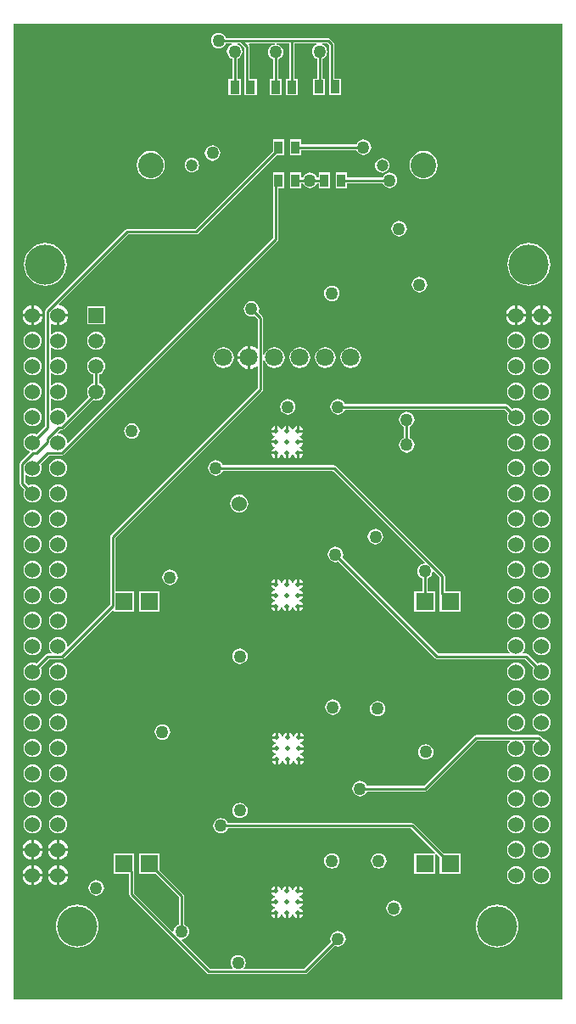
<source format=gbr>
G04 Layer_Physical_Order=1*
G04 Layer_Color=255*
%FSLAX26Y26*%
%MOIN*%
%TF.FileFunction,Copper,L1,Top,Signal*%
%TF.Part,Single*%
G01*
G75*
%TA.AperFunction,SMDPad,CuDef*%
%ADD10R,0.037402X0.053150*%
%ADD11R,0.033465X0.051181*%
%TA.AperFunction,Conductor*%
%ADD12C,0.010000*%
%TA.AperFunction,ComponentPad*%
%ADD13C,0.157480*%
%ADD14C,0.060000*%
%TA.AperFunction,ViaPad*%
%ADD15C,0.060000*%
%TA.AperFunction,ComponentPad*%
%ADD16C,0.100000*%
%ADD17C,0.047000*%
%ADD18R,0.059055X0.059055*%
%ADD19C,0.059055*%
%ADD20R,0.070866X0.070866*%
%ADD21C,0.070866*%
%TA.AperFunction,ViaPad*%
%ADD22C,0.050000*%
%ADD23C,0.019685*%
G36*
X1981001Y1144000D02*
X1980999Y-2689001D01*
X-174243Y-2688999D01*
X-174244Y1144000D01*
X1981001Y1144000D01*
D02*
G37*
%LPC*%
G36*
X941306Y-1640457D02*
X938564Y-1641003D01*
X932001Y-1645388D01*
X927615Y-1651952D01*
X927202Y-1654027D01*
X922104D01*
X921691Y-1651952D01*
X917306Y-1645388D01*
X910742Y-1641003D01*
X908000Y-1640457D01*
Y-1659694D01*
X898000D01*
Y-1640457D01*
X895258Y-1641003D01*
X888695Y-1645388D01*
X884309Y-1651952D01*
X883895Y-1654032D01*
X878797D01*
X878383Y-1651952D01*
X873998Y-1645388D01*
X867434Y-1641003D01*
X864692Y-1640457D01*
Y-1659694D01*
X859692D01*
Y-1664694D01*
X840456D01*
X841001Y-1667436D01*
X845387Y-1673999D01*
X851950Y-1678385D01*
X854025Y-1678798D01*
Y-1683896D01*
X851950Y-1684309D01*
X845387Y-1688694D01*
X841001Y-1695258D01*
X840456Y-1698000D01*
X859692D01*
Y-1708000D01*
X840456D01*
X841001Y-1710742D01*
X845387Y-1717305D01*
X851950Y-1721691D01*
X854030Y-1722105D01*
Y-1727203D01*
X851950Y-1727617D01*
X845387Y-1732002D01*
X841001Y-1738566D01*
X840456Y-1741308D01*
X859692D01*
Y-1746308D01*
X864692D01*
Y-1765544D01*
X867434Y-1764999D01*
X873998Y-1760613D01*
X878383Y-1754050D01*
X878797Y-1751969D01*
X883895D01*
X884309Y-1754050D01*
X888695Y-1760613D01*
X895258Y-1764999D01*
X898000Y-1765544D01*
Y-1746308D01*
X908000D01*
Y-1765544D01*
X910742Y-1764999D01*
X917306Y-1760613D01*
X921691Y-1754050D01*
X922104Y-1751975D01*
X927202D01*
X927615Y-1754050D01*
X932001Y-1760613D01*
X938564Y-1764999D01*
X941306Y-1765544D01*
Y-1746308D01*
X946306D01*
Y-1741308D01*
X965543D01*
X964997Y-1738566D01*
X960612Y-1732002D01*
X954048Y-1727617D01*
X951968Y-1727203D01*
Y-1722105D01*
X954048Y-1721691D01*
X960612Y-1717305D01*
X964997Y-1710742D01*
X965543Y-1708000D01*
X946306D01*
Y-1698000D01*
X965543D01*
X964997Y-1695258D01*
X960612Y-1688694D01*
X954048Y-1684309D01*
X951973Y-1683896D01*
Y-1678798D01*
X954048Y-1678385D01*
X960612Y-1673999D01*
X964997Y-1667436D01*
X965543Y-1664694D01*
X946306D01*
Y-1659694D01*
X941306D01*
Y-1640457D01*
D02*
G37*
G36*
X-100000Y-1564698D02*
X-109137Y-1565901D01*
X-117651Y-1569428D01*
X-124962Y-1575038D01*
X-130572Y-1582349D01*
X-134099Y-1590863D01*
X-135302Y-1600000D01*
X-134099Y-1609137D01*
X-130572Y-1617651D01*
X-124962Y-1624962D01*
X-117651Y-1630572D01*
X-109137Y-1634099D01*
X-100000Y-1635302D01*
X-90863Y-1634099D01*
X-82349Y-1630572D01*
X-75038Y-1624962D01*
X-69428Y-1617651D01*
X-65901Y-1609137D01*
X-64698Y-1600000D01*
X-65901Y-1590863D01*
X-69428Y-1582349D01*
X-75038Y-1575038D01*
X-82349Y-1569428D01*
X-90863Y-1565901D01*
X-100000Y-1564698D01*
D02*
G37*
G36*
X951306Y-1640457D02*
Y-1654694D01*
X965543D01*
X964997Y-1651952D01*
X960612Y-1645388D01*
X954048Y-1641003D01*
X951306Y-1640457D01*
D02*
G37*
G36*
X410000Y-1607167D02*
X402169Y-1608198D01*
X394871Y-1611221D01*
X388604Y-1616030D01*
X383795Y-1622296D01*
X380772Y-1629594D01*
X379741Y-1637426D01*
X380772Y-1645257D01*
X383795Y-1652555D01*
X388604Y-1658822D01*
X394871Y-1663631D01*
X402169Y-1666654D01*
X410000Y-1667685D01*
X417832Y-1666654D01*
X425130Y-1663631D01*
X431397Y-1658822D01*
X436205Y-1652555D01*
X439228Y-1645257D01*
X440259Y-1637426D01*
X439228Y-1629594D01*
X436205Y-1622296D01*
X431397Y-1616030D01*
X425130Y-1611221D01*
X417832Y-1608198D01*
X410000Y-1607167D01*
D02*
G37*
G36*
X854692Y-1640457D02*
X851950Y-1641003D01*
X845387Y-1645388D01*
X841001Y-1651952D01*
X840456Y-1654694D01*
X854692D01*
Y-1640457D01*
D02*
G37*
G36*
X1255694Y-1515937D02*
X1247862Y-1516968D01*
X1240564Y-1519991D01*
X1234297Y-1524799D01*
X1229489Y-1531066D01*
X1226466Y-1538364D01*
X1225435Y-1546196D01*
X1226466Y-1554027D01*
X1229489Y-1561325D01*
X1234297Y-1567592D01*
X1240564Y-1572401D01*
X1247862Y-1575424D01*
X1255694Y-1576455D01*
X1263525Y-1575424D01*
X1270823Y-1572401D01*
X1277090Y-1567592D01*
X1281899Y-1561325D01*
X1284922Y-1554027D01*
X1285953Y-1546196D01*
X1284922Y-1538364D01*
X1281899Y-1531066D01*
X1277090Y-1524799D01*
X1270823Y-1519991D01*
X1263525Y-1516968D01*
X1255694Y-1515937D01*
D02*
G37*
G36*
X1080000Y-1509741D02*
X1072169Y-1510772D01*
X1064871Y-1513795D01*
X1058604Y-1518603D01*
X1053795Y-1524870D01*
X1050772Y-1532168D01*
X1049741Y-1540000D01*
X1050772Y-1547831D01*
X1053795Y-1555129D01*
X1058604Y-1561396D01*
X1064871Y-1566205D01*
X1072169Y-1569228D01*
X1080000Y-1570259D01*
X1087832Y-1569228D01*
X1095130Y-1566205D01*
X1101397Y-1561396D01*
X1106205Y-1555129D01*
X1109228Y-1547831D01*
X1110259Y-1540000D01*
X1109228Y-1532168D01*
X1106205Y-1524870D01*
X1101397Y-1518603D01*
X1095130Y-1513795D01*
X1087832Y-1510772D01*
X1080000Y-1509741D01*
D02*
G37*
G36*
X1900000Y-1564698D02*
X1890863Y-1565901D01*
X1882349Y-1569428D01*
X1875038Y-1575038D01*
X1869428Y-1582349D01*
X1865901Y-1590863D01*
X1864698Y-1600000D01*
X1865901Y-1609137D01*
X1869428Y-1617651D01*
X1875038Y-1624962D01*
X1882349Y-1630572D01*
X1890863Y-1634099D01*
X1900000Y-1635302D01*
X1909137Y-1634099D01*
X1917651Y-1630572D01*
X1924962Y-1624962D01*
X1930572Y-1617651D01*
X1934099Y-1609137D01*
X1935302Y-1600000D01*
X1934099Y-1590863D01*
X1930572Y-1582349D01*
X1924962Y-1575038D01*
X1917651Y-1569428D01*
X1909137Y-1565901D01*
X1900000Y-1564698D01*
D02*
G37*
G36*
X0D02*
X-9137Y-1565901D01*
X-17651Y-1569428D01*
X-24962Y-1575038D01*
X-30572Y-1582349D01*
X-34099Y-1590863D01*
X-35302Y-1600000D01*
X-34099Y-1609137D01*
X-30572Y-1617651D01*
X-24962Y-1624962D01*
X-17651Y-1630572D01*
X-9137Y-1634099D01*
X0Y-1635302D01*
X9137Y-1634099D01*
X17651Y-1630572D01*
X24962Y-1624962D01*
X30572Y-1617651D01*
X34099Y-1609137D01*
X35302Y-1600000D01*
X34099Y-1590863D01*
X30572Y-1582349D01*
X24962Y-1575038D01*
X17651Y-1569428D01*
X9137Y-1565901D01*
X0Y-1564698D01*
D02*
G37*
G36*
X1800000D02*
X1790863Y-1565901D01*
X1782349Y-1569428D01*
X1775038Y-1575038D01*
X1769428Y-1582349D01*
X1765901Y-1590863D01*
X1764698Y-1600000D01*
X1765901Y-1609137D01*
X1769428Y-1617651D01*
X1775038Y-1624962D01*
X1782349Y-1630572D01*
X1790863Y-1634099D01*
X1800000Y-1635302D01*
X1809137Y-1634099D01*
X1817651Y-1630572D01*
X1824962Y-1624962D01*
X1830572Y-1617651D01*
X1834099Y-1609137D01*
X1835302Y-1600000D01*
X1834099Y-1590863D01*
X1830572Y-1582349D01*
X1824962Y-1575038D01*
X1817651Y-1569428D01*
X1809137Y-1565901D01*
X1800000Y-1564698D01*
D02*
G37*
G36*
X1900000Y-1764698D02*
X1890863Y-1765901D01*
X1882349Y-1769428D01*
X1875038Y-1775038D01*
X1869428Y-1782349D01*
X1865901Y-1790863D01*
X1864698Y-1800000D01*
X1865901Y-1809137D01*
X1869428Y-1817651D01*
X1875038Y-1824962D01*
X1882349Y-1830572D01*
X1890863Y-1834099D01*
X1900000Y-1835302D01*
X1909137Y-1834099D01*
X1917651Y-1830572D01*
X1924962Y-1824962D01*
X1930572Y-1817651D01*
X1934099Y-1809137D01*
X1935302Y-1800000D01*
X1934099Y-1790863D01*
X1930572Y-1782349D01*
X1924962Y-1775038D01*
X1917651Y-1769428D01*
X1909137Y-1765901D01*
X1900000Y-1764698D01*
D02*
G37*
G36*
X854692Y-1751308D02*
X840456D01*
X841001Y-1754050D01*
X845387Y-1760613D01*
X851950Y-1764999D01*
X854692Y-1765544D01*
Y-1751308D01*
D02*
G37*
G36*
X1800000Y-1764698D02*
X1790863Y-1765901D01*
X1782349Y-1769428D01*
X1775038Y-1775038D01*
X1769428Y-1782349D01*
X1765901Y-1790863D01*
X1764698Y-1800000D01*
X1765901Y-1809137D01*
X1769428Y-1817651D01*
X1775038Y-1824962D01*
X1782349Y-1830572D01*
X1790863Y-1834099D01*
X1800000Y-1835302D01*
X1809137Y-1834099D01*
X1817651Y-1830572D01*
X1824962Y-1824962D01*
X1830572Y-1817651D01*
X1834099Y-1809137D01*
X1835302Y-1800000D01*
X1834099Y-1790863D01*
X1830572Y-1782349D01*
X1824962Y-1775038D01*
X1817651Y-1769428D01*
X1809137Y-1765901D01*
X1800000Y-1764698D01*
D02*
G37*
G36*
X-100000D02*
X-109137Y-1765901D01*
X-117651Y-1769428D01*
X-124962Y-1775038D01*
X-130572Y-1782349D01*
X-134099Y-1790863D01*
X-135302Y-1800000D01*
X-134099Y-1809137D01*
X-130572Y-1817651D01*
X-124962Y-1824962D01*
X-117651Y-1830572D01*
X-109137Y-1834099D01*
X-100000Y-1835302D01*
X-90863Y-1834099D01*
X-82349Y-1830572D01*
X-75038Y-1824962D01*
X-69428Y-1817651D01*
X-65901Y-1809137D01*
X-64698Y-1800000D01*
X-65901Y-1790863D01*
X-69428Y-1782349D01*
X-75038Y-1775038D01*
X-82349Y-1769428D01*
X-90863Y-1765901D01*
X-100000Y-1764698D01*
D02*
G37*
G36*
X0D02*
X-9137Y-1765901D01*
X-17651Y-1769428D01*
X-24962Y-1775038D01*
X-30572Y-1782349D01*
X-34099Y-1790863D01*
X-35302Y-1800000D01*
X-34099Y-1809137D01*
X-30572Y-1817651D01*
X-24962Y-1824962D01*
X-17651Y-1830572D01*
X-9137Y-1834099D01*
X0Y-1835302D01*
X9137Y-1834099D01*
X17651Y-1830572D01*
X24962Y-1824962D01*
X30572Y-1817651D01*
X34099Y-1809137D01*
X35302Y-1800000D01*
X34099Y-1790863D01*
X30572Y-1782349D01*
X24962Y-1775038D01*
X17651Y-1769428D01*
X9137Y-1765901D01*
X0Y-1764698D01*
D02*
G37*
G36*
Y-1664698D02*
X-9137Y-1665901D01*
X-17651Y-1669428D01*
X-24962Y-1675038D01*
X-30572Y-1682349D01*
X-34099Y-1690863D01*
X-35302Y-1700000D01*
X-34099Y-1709137D01*
X-30572Y-1717651D01*
X-24962Y-1724962D01*
X-17651Y-1730572D01*
X-9137Y-1734099D01*
X0Y-1735302D01*
X9137Y-1734099D01*
X17651Y-1730572D01*
X24962Y-1724962D01*
X30572Y-1717651D01*
X34099Y-1709137D01*
X35302Y-1700000D01*
X34099Y-1690863D01*
X30572Y-1682349D01*
X24962Y-1675038D01*
X17651Y-1669428D01*
X9137Y-1665901D01*
X0Y-1664698D01*
D02*
G37*
G36*
X1887813Y-1649804D02*
X1642586D01*
X1638685Y-1650580D01*
X1635377Y-1652790D01*
X1438363Y-1849804D01*
X1214785D01*
X1212741Y-1844870D01*
X1207932Y-1838603D01*
X1201666Y-1833795D01*
X1194368Y-1830772D01*
X1186536Y-1829741D01*
X1178705Y-1830772D01*
X1171407Y-1833795D01*
X1165140Y-1838603D01*
X1160331Y-1844870D01*
X1157308Y-1852168D01*
X1156277Y-1860000D01*
X1157308Y-1867831D01*
X1160331Y-1875129D01*
X1165140Y-1881396D01*
X1171407Y-1886205D01*
X1178705Y-1889228D01*
X1186536Y-1890259D01*
X1194368Y-1889228D01*
X1201666Y-1886205D01*
X1207932Y-1881396D01*
X1212741Y-1875129D01*
X1214785Y-1870196D01*
X1442586D01*
X1446488Y-1869420D01*
X1449796Y-1867209D01*
X1646810Y-1670196D01*
X1773570D01*
X1774650Y-1673379D01*
X1774916Y-1675196D01*
X1769428Y-1682349D01*
X1765901Y-1690863D01*
X1764698Y-1700000D01*
X1765901Y-1709137D01*
X1769428Y-1717651D01*
X1775038Y-1724962D01*
X1782349Y-1730572D01*
X1790863Y-1734099D01*
X1800000Y-1735302D01*
X1809137Y-1734099D01*
X1817651Y-1730572D01*
X1824962Y-1724962D01*
X1830572Y-1717651D01*
X1834099Y-1709137D01*
X1835302Y-1700000D01*
X1834099Y-1690863D01*
X1830572Y-1682349D01*
X1825084Y-1675196D01*
X1825350Y-1673379D01*
X1826430Y-1670196D01*
X1873570D01*
X1874650Y-1673379D01*
X1874916Y-1675196D01*
X1869428Y-1682349D01*
X1865901Y-1690863D01*
X1864698Y-1700000D01*
X1865901Y-1709137D01*
X1869428Y-1717651D01*
X1875038Y-1724962D01*
X1882349Y-1730572D01*
X1890863Y-1734099D01*
X1900000Y-1735302D01*
X1909137Y-1734099D01*
X1917651Y-1730572D01*
X1924962Y-1724962D01*
X1930572Y-1717651D01*
X1934099Y-1709137D01*
X1935302Y-1700000D01*
X1934099Y-1690863D01*
X1930572Y-1682349D01*
X1924962Y-1675038D01*
X1917651Y-1669428D01*
X1909137Y-1665901D01*
X1907461Y-1665680D01*
X1906553Y-1664322D01*
X1895022Y-1652790D01*
X1891714Y-1650580D01*
X1887813Y-1649804D01*
D02*
G37*
G36*
X-100000Y-1664698D02*
X-109137Y-1665901D01*
X-117651Y-1669428D01*
X-124962Y-1675038D01*
X-130572Y-1682349D01*
X-134099Y-1690863D01*
X-135302Y-1700000D01*
X-134099Y-1709137D01*
X-130572Y-1717651D01*
X-124962Y-1724962D01*
X-117651Y-1730572D01*
X-109137Y-1734099D01*
X-100000Y-1735302D01*
X-90863Y-1734099D01*
X-82349Y-1730572D01*
X-75038Y-1724962D01*
X-69428Y-1717651D01*
X-65901Y-1709137D01*
X-64698Y-1700000D01*
X-65901Y-1690863D01*
X-69428Y-1682349D01*
X-75038Y-1675038D01*
X-82349Y-1669428D01*
X-90863Y-1665901D01*
X-100000Y-1664698D01*
D02*
G37*
G36*
X965543Y-1751308D02*
X951306D01*
Y-1765544D01*
X954048Y-1764999D01*
X960612Y-1760613D01*
X964997Y-1754050D01*
X965543Y-1751308D01*
D02*
G37*
G36*
X1444566Y-1685741D02*
X1436735Y-1686772D01*
X1429437Y-1689795D01*
X1423170Y-1694603D01*
X1418361Y-1700870D01*
X1415338Y-1708168D01*
X1414307Y-1716000D01*
X1415338Y-1723831D01*
X1418361Y-1731129D01*
X1423170Y-1737396D01*
X1429437Y-1742205D01*
X1436735Y-1745228D01*
X1444566Y-1746259D01*
X1452398Y-1745228D01*
X1459696Y-1742205D01*
X1465963Y-1737396D01*
X1470771Y-1731129D01*
X1473794Y-1723831D01*
X1474825Y-1716000D01*
X1473794Y-1708168D01*
X1470771Y-1700870D01*
X1465963Y-1694603D01*
X1459696Y-1689795D01*
X1452398Y-1686772D01*
X1444566Y-1685741D01*
D02*
G37*
G36*
X-100000Y-1464698D02*
X-109137Y-1465901D01*
X-117651Y-1469428D01*
X-124962Y-1475038D01*
X-130572Y-1482349D01*
X-134099Y-1490863D01*
X-135302Y-1500000D01*
X-134099Y-1509137D01*
X-130572Y-1517651D01*
X-124962Y-1524962D01*
X-117651Y-1530572D01*
X-109137Y-1534099D01*
X-100000Y-1535302D01*
X-90863Y-1534099D01*
X-82349Y-1530572D01*
X-75038Y-1524962D01*
X-69428Y-1517651D01*
X-65901Y-1509137D01*
X-64698Y-1500000D01*
X-65901Y-1490863D01*
X-69428Y-1482349D01*
X-75038Y-1475038D01*
X-82349Y-1469428D01*
X-90863Y-1465901D01*
X-100000Y-1464698D01*
D02*
G37*
G36*
X399882Y-1084464D02*
X319016D01*
Y-1165330D01*
X399882D01*
Y-1084464D01*
D02*
G37*
G36*
X620000Y-569741D02*
X612169Y-570772D01*
X604871Y-573795D01*
X598604Y-578604D01*
X593795Y-584870D01*
X590772Y-592168D01*
X589741Y-600000D01*
X590772Y-607831D01*
X593795Y-615129D01*
X598604Y-621396D01*
X604871Y-626205D01*
X612169Y-629228D01*
X620000Y-630259D01*
X627832Y-629228D01*
X635130Y-626205D01*
X641396Y-621396D01*
X646205Y-615129D01*
X648249Y-610196D01*
X1080041D01*
X1440817Y-970972D01*
X1438776Y-976003D01*
X1432935Y-976772D01*
X1425637Y-979795D01*
X1419370Y-984604D01*
X1414561Y-990870D01*
X1411539Y-998168D01*
X1410507Y-1006000D01*
X1411539Y-1013831D01*
X1414561Y-1021129D01*
X1419370Y-1027396D01*
X1425637Y-1032205D01*
X1430571Y-1034248D01*
Y-1084464D01*
X1400118D01*
Y-1165330D01*
X1480984D01*
Y-1084464D01*
X1450962D01*
Y-1034248D01*
X1455896Y-1032205D01*
X1462163Y-1027396D01*
X1466971Y-1021129D01*
X1469994Y-1013831D01*
X1470763Y-1007990D01*
X1475794Y-1005949D01*
X1499922Y-1030078D01*
Y-1094464D01*
X1500118Y-1095449D01*
Y-1165330D01*
X1580984D01*
Y-1084464D01*
X1520314D01*
Y-1025854D01*
X1519538Y-1021953D01*
X1517328Y-1018645D01*
X1091473Y-592790D01*
X1088166Y-590580D01*
X1084264Y-589804D01*
X648249D01*
X646205Y-584870D01*
X641396Y-578604D01*
X635130Y-573795D01*
X627832Y-570772D01*
X620000Y-569741D01*
D02*
G37*
G36*
X1900000Y-1164698D02*
X1890863Y-1165901D01*
X1882349Y-1169428D01*
X1875038Y-1175038D01*
X1869428Y-1182349D01*
X1865901Y-1190863D01*
X1864698Y-1200000D01*
X1865901Y-1209137D01*
X1869428Y-1217651D01*
X1875038Y-1224962D01*
X1882349Y-1230572D01*
X1890863Y-1234099D01*
X1900000Y-1235302D01*
X1909137Y-1234099D01*
X1917651Y-1230572D01*
X1924962Y-1224962D01*
X1930572Y-1217651D01*
X1934099Y-1209137D01*
X1935302Y-1200000D01*
X1934099Y-1190863D01*
X1930572Y-1182349D01*
X1924962Y-1175038D01*
X1917651Y-1169428D01*
X1909137Y-1165901D01*
X1900000Y-1164698D01*
D02*
G37*
G36*
X0D02*
X-9137Y-1165901D01*
X-17651Y-1169428D01*
X-24962Y-1175038D01*
X-30572Y-1182349D01*
X-34099Y-1190863D01*
X-35302Y-1200000D01*
X-34099Y-1209137D01*
X-30572Y-1217651D01*
X-24962Y-1224962D01*
X-17651Y-1230572D01*
X-9137Y-1234099D01*
X0Y-1235302D01*
X9137Y-1234099D01*
X17651Y-1230572D01*
X24962Y-1224962D01*
X30572Y-1217651D01*
X34099Y-1209137D01*
X35302Y-1200000D01*
X34099Y-1190863D01*
X30572Y-1182349D01*
X24962Y-1175038D01*
X17651Y-1169428D01*
X9137Y-1165901D01*
X0Y-1164698D01*
D02*
G37*
G36*
X1800000D02*
X1790863Y-1165901D01*
X1782349Y-1169428D01*
X1775038Y-1175038D01*
X1769428Y-1182349D01*
X1765901Y-1190863D01*
X1764698Y-1200000D01*
X1765901Y-1209137D01*
X1769428Y-1217651D01*
X1775038Y-1224962D01*
X1782349Y-1230572D01*
X1790863Y-1234099D01*
X1800000Y-1235302D01*
X1809137Y-1234099D01*
X1817651Y-1230572D01*
X1824962Y-1224962D01*
X1830572Y-1217651D01*
X1834099Y-1209137D01*
X1835302Y-1200000D01*
X1834099Y-1190863D01*
X1830572Y-1182349D01*
X1824962Y-1175038D01*
X1817651Y-1169428D01*
X1809137Y-1165901D01*
X1800000Y-1164698D01*
D02*
G37*
G36*
X0Y-1064698D02*
X-9137Y-1065901D01*
X-17651Y-1069428D01*
X-24962Y-1075038D01*
X-30572Y-1082349D01*
X-34099Y-1090863D01*
X-35302Y-1100000D01*
X-34099Y-1109137D01*
X-30572Y-1117651D01*
X-24962Y-1124962D01*
X-17651Y-1130572D01*
X-9137Y-1134099D01*
X0Y-1135302D01*
X9137Y-1134099D01*
X17651Y-1130572D01*
X24962Y-1124962D01*
X30572Y-1117651D01*
X34099Y-1109137D01*
X35302Y-1100000D01*
X34099Y-1090863D01*
X30572Y-1082349D01*
X24962Y-1075038D01*
X17651Y-1069428D01*
X9137Y-1065901D01*
X0Y-1064698D01*
D02*
G37*
G36*
X1800000D02*
X1790863Y-1065901D01*
X1782349Y-1069428D01*
X1775038Y-1075038D01*
X1769428Y-1082349D01*
X1765901Y-1090863D01*
X1764698Y-1100000D01*
X1765901Y-1109137D01*
X1769428Y-1117651D01*
X1775038Y-1124962D01*
X1782349Y-1130572D01*
X1790863Y-1134099D01*
X1800000Y-1135302D01*
X1809137Y-1134099D01*
X1817651Y-1130572D01*
X1824962Y-1124962D01*
X1830572Y-1117651D01*
X1834099Y-1109137D01*
X1835302Y-1100000D01*
X1834099Y-1090863D01*
X1830572Y-1082349D01*
X1824962Y-1075038D01*
X1817651Y-1069428D01*
X1809137Y-1065901D01*
X1800000Y-1064698D01*
D02*
G37*
G36*
X-100000D02*
X-109137Y-1065901D01*
X-117651Y-1069428D01*
X-124962Y-1075038D01*
X-130572Y-1082349D01*
X-134099Y-1090863D01*
X-135302Y-1100000D01*
X-134099Y-1109137D01*
X-130572Y-1117651D01*
X-124962Y-1124962D01*
X-117651Y-1130572D01*
X-109137Y-1134099D01*
X-100000Y-1135302D01*
X-90863Y-1134099D01*
X-82349Y-1130572D01*
X-75038Y-1124962D01*
X-69428Y-1117651D01*
X-65901Y-1109137D01*
X-64698Y-1100000D01*
X-65901Y-1090863D01*
X-69428Y-1082349D01*
X-75038Y-1075038D01*
X-82349Y-1069428D01*
X-90863Y-1065901D01*
X-100000Y-1064698D01*
D02*
G37*
G36*
X851692Y-1148308D02*
X837456D01*
X838001Y-1151050D01*
X842387Y-1157613D01*
X848950Y-1161999D01*
X851692Y-1162544D01*
Y-1148308D01*
D02*
G37*
G36*
X962543D02*
X948306D01*
Y-1162544D01*
X951048Y-1161999D01*
X957612Y-1157613D01*
X961997Y-1151050D01*
X962543Y-1148308D01*
D02*
G37*
G36*
X0Y-1364698D02*
X-9137Y-1365901D01*
X-17651Y-1369428D01*
X-24962Y-1375038D01*
X-30572Y-1382349D01*
X-34099Y-1390863D01*
X-35302Y-1400000D01*
X-34099Y-1409137D01*
X-30572Y-1417651D01*
X-24962Y-1424962D01*
X-17651Y-1430572D01*
X-9137Y-1434099D01*
X0Y-1435302D01*
X9137Y-1434099D01*
X17651Y-1430572D01*
X24962Y-1424962D01*
X30572Y-1417651D01*
X34099Y-1409137D01*
X35302Y-1400000D01*
X34099Y-1390863D01*
X30572Y-1382349D01*
X24962Y-1375038D01*
X17651Y-1369428D01*
X9137Y-1365901D01*
X0Y-1364698D01*
D02*
G37*
G36*
X1800000D02*
X1790863Y-1365901D01*
X1782349Y-1369428D01*
X1775038Y-1375038D01*
X1769428Y-1382349D01*
X1765901Y-1390863D01*
X1764698Y-1400000D01*
X1765901Y-1409137D01*
X1769428Y-1417651D01*
X1775038Y-1424962D01*
X1782349Y-1430572D01*
X1790863Y-1434099D01*
X1800000Y-1435302D01*
X1809137Y-1434099D01*
X1817651Y-1430572D01*
X1824962Y-1424962D01*
X1830572Y-1417651D01*
X1834099Y-1409137D01*
X1835302Y-1400000D01*
X1834099Y-1390863D01*
X1830572Y-1382349D01*
X1824962Y-1375038D01*
X1817651Y-1369428D01*
X1809137Y-1365901D01*
X1800000Y-1364698D01*
D02*
G37*
G36*
X1900000Y-1464698D02*
X1890863Y-1465901D01*
X1882349Y-1469428D01*
X1875038Y-1475038D01*
X1869428Y-1482349D01*
X1865901Y-1490863D01*
X1864698Y-1500000D01*
X1865901Y-1509137D01*
X1869428Y-1517651D01*
X1875038Y-1524962D01*
X1882349Y-1530572D01*
X1890863Y-1534099D01*
X1900000Y-1535302D01*
X1909137Y-1534099D01*
X1917651Y-1530572D01*
X1924962Y-1524962D01*
X1930572Y-1517651D01*
X1934099Y-1509137D01*
X1935302Y-1500000D01*
X1934099Y-1490863D01*
X1930572Y-1482349D01*
X1924962Y-1475038D01*
X1917651Y-1469428D01*
X1909137Y-1465901D01*
X1900000Y-1464698D01*
D02*
G37*
G36*
X0D02*
X-9137Y-1465901D01*
X-17651Y-1469428D01*
X-24962Y-1475038D01*
X-30572Y-1482349D01*
X-34099Y-1490863D01*
X-35302Y-1500000D01*
X-34099Y-1509137D01*
X-30572Y-1517651D01*
X-24962Y-1524962D01*
X-17651Y-1530572D01*
X-9137Y-1534099D01*
X0Y-1535302D01*
X9137Y-1534099D01*
X17651Y-1530572D01*
X24962Y-1524962D01*
X30572Y-1517651D01*
X34099Y-1509137D01*
X35302Y-1500000D01*
X34099Y-1490863D01*
X30572Y-1482349D01*
X24962Y-1475038D01*
X17651Y-1469428D01*
X9137Y-1465901D01*
X0Y-1464698D01*
D02*
G37*
G36*
X1800000D02*
X1790863Y-1465901D01*
X1782349Y-1469428D01*
X1775038Y-1475038D01*
X1769428Y-1482349D01*
X1765901Y-1490863D01*
X1764698Y-1500000D01*
X1765901Y-1509137D01*
X1769428Y-1517651D01*
X1775038Y-1524962D01*
X1782349Y-1530572D01*
X1790863Y-1534099D01*
X1800000Y-1535302D01*
X1809137Y-1534099D01*
X1817651Y-1530572D01*
X1824962Y-1524962D01*
X1830572Y-1517651D01*
X1834099Y-1509137D01*
X1835302Y-1500000D01*
X1834099Y-1490863D01*
X1830572Y-1482349D01*
X1824962Y-1475038D01*
X1817651Y-1469428D01*
X1809137Y-1465901D01*
X1800000Y-1464698D01*
D02*
G37*
G36*
X1900000Y-1264698D02*
X1890863Y-1265901D01*
X1882349Y-1269428D01*
X1875038Y-1275038D01*
X1869428Y-1282349D01*
X1865901Y-1290863D01*
X1864698Y-1300000D01*
X1865901Y-1309137D01*
X1869428Y-1317651D01*
X1875038Y-1324962D01*
X1882349Y-1330572D01*
X1890863Y-1334099D01*
X1900000Y-1335302D01*
X1909137Y-1334099D01*
X1917651Y-1330572D01*
X1924962Y-1324962D01*
X1930572Y-1317651D01*
X1934099Y-1309137D01*
X1935302Y-1300000D01*
X1934099Y-1290863D01*
X1930572Y-1282349D01*
X1924962Y-1275038D01*
X1917651Y-1269428D01*
X1909137Y-1265901D01*
X1900000Y-1264698D01*
D02*
G37*
G36*
X-100000Y-1164698D02*
X-109137Y-1165901D01*
X-117651Y-1169428D01*
X-124962Y-1175038D01*
X-130572Y-1182349D01*
X-134099Y-1190863D01*
X-135302Y-1200000D01*
X-134099Y-1209137D01*
X-130572Y-1217651D01*
X-124962Y-1224962D01*
X-117651Y-1230572D01*
X-109137Y-1234099D01*
X-100000Y-1235302D01*
X-90863Y-1234099D01*
X-82349Y-1230572D01*
X-75038Y-1224962D01*
X-69428Y-1217651D01*
X-65901Y-1209137D01*
X-64698Y-1200000D01*
X-65901Y-1190863D01*
X-69428Y-1182349D01*
X-75038Y-1175038D01*
X-82349Y-1169428D01*
X-90863Y-1165901D01*
X-100000Y-1164698D01*
D02*
G37*
G36*
Y-1264698D02*
X-109137Y-1265901D01*
X-117651Y-1269428D01*
X-124962Y-1275038D01*
X-130572Y-1282349D01*
X-134099Y-1290863D01*
X-135302Y-1300000D01*
X-134099Y-1309137D01*
X-130572Y-1317651D01*
X-124962Y-1324962D01*
X-117651Y-1330572D01*
X-109137Y-1334099D01*
X-100000Y-1335302D01*
X-90863Y-1334099D01*
X-82349Y-1330572D01*
X-75038Y-1324962D01*
X-69428Y-1317651D01*
X-65901Y-1309137D01*
X-64698Y-1300000D01*
X-65901Y-1290863D01*
X-69428Y-1282349D01*
X-75038Y-1275038D01*
X-82349Y-1269428D01*
X-90863Y-1265901D01*
X-100000Y-1264698D01*
D02*
G37*
G36*
X1090000Y-909741D02*
X1082169Y-910772D01*
X1074871Y-913795D01*
X1068604Y-918604D01*
X1063795Y-924870D01*
X1060772Y-932168D01*
X1059741Y-940000D01*
X1060772Y-947831D01*
X1063795Y-955129D01*
X1068604Y-961396D01*
X1074871Y-966205D01*
X1082169Y-969228D01*
X1090000Y-970259D01*
X1097832Y-969228D01*
X1102765Y-967184D01*
X1482791Y-1347210D01*
X1486099Y-1349420D01*
X1490000Y-1350196D01*
X1835777D01*
X1868989Y-1383408D01*
X1865901Y-1390863D01*
X1864698Y-1400000D01*
X1865901Y-1409137D01*
X1869428Y-1417651D01*
X1875038Y-1424962D01*
X1882349Y-1430572D01*
X1890863Y-1434099D01*
X1900000Y-1435302D01*
X1909137Y-1434099D01*
X1917651Y-1430572D01*
X1924962Y-1424962D01*
X1930572Y-1417651D01*
X1934099Y-1409137D01*
X1935302Y-1400000D01*
X1934099Y-1390863D01*
X1930572Y-1382349D01*
X1924962Y-1375038D01*
X1917651Y-1369428D01*
X1909137Y-1365901D01*
X1900000Y-1364698D01*
X1890863Y-1365901D01*
X1883408Y-1368989D01*
X1847210Y-1332790D01*
X1843902Y-1330580D01*
X1840000Y-1329804D01*
X1826430D01*
X1825350Y-1326621D01*
X1825084Y-1324804D01*
X1830572Y-1317651D01*
X1834099Y-1309137D01*
X1835302Y-1300000D01*
X1834099Y-1290863D01*
X1830572Y-1282349D01*
X1824962Y-1275038D01*
X1817651Y-1269428D01*
X1809137Y-1265901D01*
X1800000Y-1264698D01*
X1790863Y-1265901D01*
X1782349Y-1269428D01*
X1775038Y-1275038D01*
X1769428Y-1282349D01*
X1765901Y-1290863D01*
X1764698Y-1300000D01*
X1765901Y-1309137D01*
X1769428Y-1317651D01*
X1774916Y-1324804D01*
X1774650Y-1326621D01*
X1773570Y-1329804D01*
X1494224D01*
X1117185Y-952765D01*
X1119228Y-947831D01*
X1120259Y-940000D01*
X1119228Y-932168D01*
X1116205Y-924870D01*
X1111397Y-918604D01*
X1105130Y-913795D01*
X1097832Y-910772D01*
X1090000Y-909741D01*
D02*
G37*
G36*
X714566Y-1309741D02*
X706735Y-1310772D01*
X699437Y-1313795D01*
X693170Y-1318603D01*
X688361Y-1324870D01*
X685338Y-1332168D01*
X684307Y-1340000D01*
X685338Y-1347831D01*
X688361Y-1355129D01*
X693170Y-1361396D01*
X699437Y-1366205D01*
X706735Y-1369228D01*
X714566Y-1370259D01*
X722398Y-1369228D01*
X729696Y-1366205D01*
X735962Y-1361396D01*
X740771Y-1355129D01*
X743794Y-1347831D01*
X744825Y-1340000D01*
X743794Y-1332168D01*
X740771Y-1324870D01*
X735962Y-1318603D01*
X729696Y-1313795D01*
X722398Y-1310772D01*
X714566Y-1309741D01*
D02*
G37*
G36*
X1900000Y-1864698D02*
X1890863Y-1865901D01*
X1882349Y-1869428D01*
X1875038Y-1875038D01*
X1869428Y-1882349D01*
X1865901Y-1890863D01*
X1864698Y-1900000D01*
X1865901Y-1909137D01*
X1869428Y-1917651D01*
X1875038Y-1924962D01*
X1882349Y-1930572D01*
X1890863Y-1934099D01*
X1900000Y-1935302D01*
X1909137Y-1934099D01*
X1917651Y-1930572D01*
X1924962Y-1924962D01*
X1930572Y-1917651D01*
X1934099Y-1909137D01*
X1935302Y-1900000D01*
X1934099Y-1890863D01*
X1930572Y-1882349D01*
X1924962Y-1875038D01*
X1917651Y-1869428D01*
X1909137Y-1865901D01*
X1900000Y-1864698D01*
D02*
G37*
G36*
X39687Y-2205000D02*
X5000D01*
Y-2239687D01*
X10442Y-2238970D01*
X20173Y-2234940D01*
X28528Y-2228528D01*
X34940Y-2220173D01*
X38971Y-2210442D01*
X39687Y-2205000D01*
D02*
G37*
G36*
X1800000Y-2164698D02*
X1790863Y-2165901D01*
X1782349Y-2169428D01*
X1775038Y-2175038D01*
X1769428Y-2182349D01*
X1765901Y-2190863D01*
X1764698Y-2200000D01*
X1765901Y-2209137D01*
X1769428Y-2217651D01*
X1775038Y-2224962D01*
X1782349Y-2230572D01*
X1790863Y-2234099D01*
X1800000Y-2235302D01*
X1809137Y-2234099D01*
X1817651Y-2230572D01*
X1824962Y-2224962D01*
X1830572Y-2217651D01*
X1834099Y-2209137D01*
X1835302Y-2200000D01*
X1834099Y-2190863D01*
X1830572Y-2182349D01*
X1824962Y-2175038D01*
X1817651Y-2169428D01*
X1809137Y-2165901D01*
X1800000Y-2164698D01*
D02*
G37*
G36*
X-60313Y-2205000D02*
X-95000D01*
Y-2239687D01*
X-89558Y-2238970D01*
X-79827Y-2234940D01*
X-71472Y-2228528D01*
X-65060Y-2220173D01*
X-61029Y-2210442D01*
X-60313Y-2205000D01*
D02*
G37*
G36*
X-105000D02*
X-139687D01*
X-138970Y-2210442D01*
X-134940Y-2220173D01*
X-128528Y-2228528D01*
X-120173Y-2234940D01*
X-110442Y-2238970D01*
X-105000Y-2239687D01*
Y-2205000D01*
D02*
G37*
G36*
X-5000D02*
X-39687D01*
X-38971Y-2210442D01*
X-34940Y-2220173D01*
X-28528Y-2228528D01*
X-20173Y-2234940D01*
X-10442Y-2238970D01*
X-5000Y-2239687D01*
Y-2205000D01*
D02*
G37*
G36*
Y-2160313D02*
X-10442Y-2161030D01*
X-20173Y-2165060D01*
X-28528Y-2171472D01*
X-34940Y-2179827D01*
X-38971Y-2189558D01*
X-39687Y-2195000D01*
X-5000D01*
Y-2160313D01*
D02*
G37*
G36*
X-95000Y-2160313D02*
Y-2195000D01*
X-60313D01*
X-61029Y-2189558D01*
X-65060Y-2179827D01*
X-71472Y-2171472D01*
X-79827Y-2165060D01*
X-89558Y-2161030D01*
X-95000Y-2160313D01*
D02*
G37*
G36*
X-105000Y-2160313D02*
X-110442Y-2161030D01*
X-120173Y-2165060D01*
X-128528Y-2171472D01*
X-134940Y-2179827D01*
X-138970Y-2189558D01*
X-139687Y-2195000D01*
X-105000D01*
Y-2160313D01*
D02*
G37*
G36*
X1900000Y-2164698D02*
X1890863Y-2165901D01*
X1882349Y-2169428D01*
X1875038Y-2175038D01*
X1869428Y-2182349D01*
X1865901Y-2190863D01*
X1864698Y-2200000D01*
X1865901Y-2209137D01*
X1869428Y-2217651D01*
X1875038Y-2224962D01*
X1882349Y-2230572D01*
X1890863Y-2234099D01*
X1900000Y-2235302D01*
X1909137Y-2234099D01*
X1917651Y-2230572D01*
X1924962Y-2224962D01*
X1930572Y-2217651D01*
X1934099Y-2209137D01*
X1935302Y-2200000D01*
X1934099Y-2190863D01*
X1930572Y-2182349D01*
X1924962Y-2175038D01*
X1917651Y-2169428D01*
X1909137Y-2165901D01*
X1900000Y-2164698D01*
D02*
G37*
G36*
X640000Y-1975741D02*
X632169Y-1976772D01*
X624871Y-1979795D01*
X618604Y-1984603D01*
X613795Y-1990870D01*
X610772Y-1998168D01*
X609741Y-2006000D01*
X610772Y-2013831D01*
X613795Y-2021129D01*
X618604Y-2027396D01*
X624871Y-2032205D01*
X632169Y-2035228D01*
X640000Y-2036259D01*
X647832Y-2035228D01*
X655130Y-2032205D01*
X661396Y-2027396D01*
X666205Y-2021129D01*
X668249Y-2016196D01*
X1386328D01*
X1480699Y-2110567D01*
X1478628Y-2115567D01*
X1476960Y-2115567D01*
X1400118D01*
Y-2196433D01*
X1480984D01*
Y-2119743D01*
X1480985Y-2117923D01*
X1485984Y-2115852D01*
X1500118Y-2129986D01*
Y-2196433D01*
X1580984D01*
Y-2115567D01*
X1514538D01*
X1397761Y-1998790D01*
X1394453Y-1996580D01*
X1390551Y-1995804D01*
X668249D01*
X666205Y-1990870D01*
X661396Y-1984603D01*
X655130Y-1979795D01*
X647832Y-1976772D01*
X640000Y-1975741D01*
D02*
G37*
G36*
X851692Y-2354308D02*
X837456D01*
X838001Y-2357050D01*
X842387Y-2363613D01*
X848950Y-2367999D01*
X851692Y-2368544D01*
Y-2354308D01*
D02*
G37*
G36*
X962543D02*
X948306D01*
Y-2368544D01*
X951048Y-2367999D01*
X957612Y-2363613D01*
X961997Y-2357050D01*
X962543Y-2354308D01*
D02*
G37*
G36*
X399882Y-2115567D02*
X319016D01*
Y-2196433D01*
X385463D01*
X474836Y-2285806D01*
Y-2393193D01*
X469903Y-2395237D01*
X463636Y-2400046D01*
X458827Y-2406312D01*
X455804Y-2413610D01*
X455035Y-2419452D01*
X450004Y-2421492D01*
X300078Y-2271566D01*
Y-2186433D01*
X299882Y-2185448D01*
Y-2115567D01*
X219016D01*
Y-2196433D01*
X279686D01*
Y-2275789D01*
X280462Y-2279691D01*
X282672Y-2282999D01*
X585891Y-2586218D01*
X589199Y-2588428D01*
X593101Y-2589204D01*
X970992D01*
X974894Y-2588428D01*
X978202Y-2586218D01*
X1087235Y-2477184D01*
X1092169Y-2479228D01*
X1100000Y-2480259D01*
X1107832Y-2479228D01*
X1115130Y-2476205D01*
X1121397Y-2471396D01*
X1126205Y-2465129D01*
X1129228Y-2457831D01*
X1130259Y-2450000D01*
X1129228Y-2442168D01*
X1126205Y-2434870D01*
X1121397Y-2428604D01*
X1115130Y-2423795D01*
X1107832Y-2420772D01*
X1100000Y-2419741D01*
X1092169Y-2420772D01*
X1084871Y-2423795D01*
X1078604Y-2428604D01*
X1073795Y-2434870D01*
X1070772Y-2442168D01*
X1069741Y-2450000D01*
X1070772Y-2457831D01*
X1072816Y-2462765D01*
X966769Y-2568812D01*
X732213D01*
X730098Y-2563812D01*
X733685Y-2559137D01*
X736708Y-2551840D01*
X737739Y-2544008D01*
X736708Y-2536176D01*
X733685Y-2528878D01*
X728877Y-2522612D01*
X722610Y-2517803D01*
X715312Y-2514780D01*
X707480Y-2513749D01*
X699649Y-2514780D01*
X692351Y-2517803D01*
X686084Y-2522612D01*
X681275Y-2528878D01*
X678252Y-2536176D01*
X677221Y-2544008D01*
X678252Y-2551840D01*
X681275Y-2559137D01*
X684862Y-2563812D01*
X682748Y-2568812D01*
X597324D01*
X484982Y-2456470D01*
X487022Y-2451439D01*
X492864Y-2450670D01*
X500162Y-2447647D01*
X506428Y-2442838D01*
X511237Y-2436571D01*
X514260Y-2429273D01*
X515291Y-2421442D01*
X514260Y-2413610D01*
X511237Y-2406312D01*
X506428Y-2400046D01*
X500162Y-2395237D01*
X495228Y-2393193D01*
Y-2281583D01*
X494452Y-2277681D01*
X492242Y-2274373D01*
X399882Y-2182014D01*
Y-2115567D01*
D02*
G37*
G36*
X75000Y-2315855D02*
X58584Y-2317472D01*
X42799Y-2322260D01*
X28251Y-2330036D01*
X15500Y-2340500D01*
X5036Y-2353251D01*
X-2740Y-2367799D01*
X-7529Y-2383584D01*
X-9145Y-2400000D01*
X-7529Y-2416416D01*
X-2740Y-2432201D01*
X5036Y-2446749D01*
X15500Y-2459500D01*
X28251Y-2469964D01*
X42799Y-2477740D01*
X58584Y-2482528D01*
X75000Y-2484145D01*
X91416Y-2482528D01*
X107201Y-2477740D01*
X121749Y-2469964D01*
X134500Y-2459500D01*
X144964Y-2446749D01*
X152740Y-2432201D01*
X157529Y-2416416D01*
X159145Y-2400000D01*
X157529Y-2383584D01*
X152740Y-2367799D01*
X144964Y-2353251D01*
X134500Y-2340500D01*
X121749Y-2330036D01*
X107201Y-2322260D01*
X91416Y-2317472D01*
X75000Y-2315855D01*
D02*
G37*
G36*
X1725000D02*
X1708584Y-2317472D01*
X1692799Y-2322260D01*
X1678251Y-2330036D01*
X1665500Y-2340500D01*
X1655036Y-2353251D01*
X1647260Y-2367799D01*
X1642472Y-2383584D01*
X1640855Y-2400000D01*
X1642472Y-2416416D01*
X1647260Y-2432201D01*
X1655036Y-2446749D01*
X1665500Y-2459500D01*
X1678251Y-2469964D01*
X1692799Y-2477740D01*
X1708584Y-2482528D01*
X1725000Y-2484145D01*
X1741416Y-2482528D01*
X1757201Y-2477740D01*
X1771749Y-2469964D01*
X1784500Y-2459500D01*
X1794964Y-2446749D01*
X1802740Y-2432201D01*
X1807528Y-2416416D01*
X1809145Y-2400000D01*
X1807528Y-2383584D01*
X1802740Y-2367799D01*
X1794964Y-2353251D01*
X1784500Y-2340500D01*
X1771749Y-2330036D01*
X1757201Y-2322260D01*
X1741416Y-2317472D01*
X1725000Y-2315855D01*
D02*
G37*
G36*
X948306Y-2243457D02*
Y-2257694D01*
X962543D01*
X961997Y-2254952D01*
X957612Y-2248388D01*
X951048Y-2244003D01*
X948306Y-2243457D01*
D02*
G37*
G36*
X938306D02*
X935564Y-2244003D01*
X929001Y-2248388D01*
X924615Y-2254952D01*
X924202Y-2257027D01*
X919104D01*
X918691Y-2254952D01*
X914306Y-2248388D01*
X907742Y-2244003D01*
X905000Y-2243457D01*
Y-2262694D01*
X895000D01*
Y-2243457D01*
X892258Y-2244003D01*
X885695Y-2248388D01*
X881309Y-2254952D01*
X880895Y-2257032D01*
X875797D01*
X875383Y-2254952D01*
X870998Y-2248388D01*
X864434Y-2244003D01*
X861692Y-2243457D01*
Y-2262694D01*
X856692D01*
Y-2267694D01*
X837456D01*
X838001Y-2270436D01*
X842387Y-2276999D01*
X848950Y-2281385D01*
X851025Y-2281798D01*
Y-2286896D01*
X848950Y-2287309D01*
X842387Y-2291694D01*
X838001Y-2298258D01*
X837456Y-2301000D01*
X856692D01*
Y-2311000D01*
X837456D01*
X838001Y-2313742D01*
X842387Y-2320305D01*
X848950Y-2324691D01*
X851030Y-2325105D01*
Y-2330203D01*
X848950Y-2330617D01*
X842387Y-2335002D01*
X838001Y-2341566D01*
X837456Y-2344308D01*
X856692D01*
Y-2349308D01*
X861692D01*
Y-2368544D01*
X864434Y-2367999D01*
X870998Y-2363613D01*
X875383Y-2357050D01*
X875797Y-2354970D01*
X880895D01*
X881309Y-2357050D01*
X885695Y-2363613D01*
X892258Y-2367999D01*
X895000Y-2368544D01*
Y-2349308D01*
X905000D01*
Y-2368544D01*
X907742Y-2367999D01*
X914306Y-2363613D01*
X918691Y-2357050D01*
X919104Y-2354975D01*
X924202D01*
X924615Y-2357050D01*
X929001Y-2363613D01*
X935564Y-2367999D01*
X938306Y-2368544D01*
Y-2349308D01*
X943306D01*
Y-2344308D01*
X962543D01*
X961997Y-2341566D01*
X957612Y-2335002D01*
X951048Y-2330617D01*
X948968Y-2330203D01*
Y-2325105D01*
X951048Y-2324691D01*
X957612Y-2320305D01*
X961997Y-2313742D01*
X962543Y-2311000D01*
X943306D01*
Y-2301000D01*
X962543D01*
X961997Y-2298258D01*
X957612Y-2291694D01*
X951048Y-2287309D01*
X948973Y-2286896D01*
Y-2281798D01*
X951048Y-2281385D01*
X957612Y-2276999D01*
X961997Y-2270436D01*
X962543Y-2267694D01*
X943306D01*
Y-2262694D01*
X938306D01*
Y-2243457D01*
D02*
G37*
G36*
X851692D02*
X848950Y-2244003D01*
X842387Y-2248388D01*
X838001Y-2254952D01*
X837456Y-2257694D01*
X851692D01*
Y-2243457D01*
D02*
G37*
G36*
X1320000Y-2299741D02*
X1312169Y-2300772D01*
X1304871Y-2303795D01*
X1298604Y-2308604D01*
X1293795Y-2314870D01*
X1290772Y-2322168D01*
X1289741Y-2330000D01*
X1290772Y-2337831D01*
X1293795Y-2345129D01*
X1298604Y-2351396D01*
X1304871Y-2356205D01*
X1312169Y-2359228D01*
X1320000Y-2360259D01*
X1327832Y-2359228D01*
X1335130Y-2356205D01*
X1341397Y-2351396D01*
X1346205Y-2345129D01*
X1349228Y-2337831D01*
X1350259Y-2330000D01*
X1349228Y-2322168D01*
X1346205Y-2314870D01*
X1341397Y-2308604D01*
X1335130Y-2303795D01*
X1327832Y-2300772D01*
X1320000Y-2299741D01*
D02*
G37*
G36*
X150000Y-2219741D02*
X142169Y-2220772D01*
X134871Y-2223795D01*
X128604Y-2228604D01*
X123795Y-2234870D01*
X120772Y-2242168D01*
X119741Y-2250000D01*
X120772Y-2257831D01*
X123795Y-2265129D01*
X128604Y-2271396D01*
X134871Y-2276205D01*
X142169Y-2279228D01*
X150000Y-2280259D01*
X157832Y-2279228D01*
X165130Y-2276205D01*
X171397Y-2271396D01*
X176205Y-2265129D01*
X179228Y-2257831D01*
X180259Y-2250000D01*
X179228Y-2242168D01*
X176205Y-2234870D01*
X171397Y-2228604D01*
X165130Y-2223795D01*
X157832Y-2220772D01*
X150000Y-2219741D01*
D02*
G37*
G36*
X5000Y-2160313D02*
Y-2195000D01*
X39687D01*
X38971Y-2189558D01*
X34940Y-2179827D01*
X28528Y-2171472D01*
X20173Y-2165060D01*
X10442Y-2161030D01*
X5000Y-2160313D01*
D02*
G37*
G36*
X0Y-1964698D02*
X-9137Y-1965901D01*
X-17651Y-1969428D01*
X-24962Y-1975038D01*
X-30572Y-1982349D01*
X-34099Y-1990863D01*
X-35302Y-2000000D01*
X-34099Y-2009137D01*
X-30572Y-2017651D01*
X-24962Y-2024962D01*
X-17651Y-2030572D01*
X-9137Y-2034099D01*
X0Y-2035302D01*
X9137Y-2034099D01*
X17651Y-2030572D01*
X24962Y-2024962D01*
X30572Y-2017651D01*
X34099Y-2009137D01*
X35302Y-2000000D01*
X34099Y-1990863D01*
X30572Y-1982349D01*
X24962Y-1975038D01*
X17651Y-1969428D01*
X9137Y-1965901D01*
X0Y-1964698D01*
D02*
G37*
G36*
X1800000D02*
X1790863Y-1965901D01*
X1782349Y-1969428D01*
X1775038Y-1975038D01*
X1769428Y-1982349D01*
X1765901Y-1990863D01*
X1764698Y-2000000D01*
X1765901Y-2009137D01*
X1769428Y-2017651D01*
X1775038Y-2024962D01*
X1782349Y-2030572D01*
X1790863Y-2034099D01*
X1800000Y-2035302D01*
X1809137Y-2034099D01*
X1817651Y-2030572D01*
X1824962Y-2024962D01*
X1830572Y-2017651D01*
X1834099Y-2009137D01*
X1835302Y-2000000D01*
X1834099Y-1990863D01*
X1830572Y-1982349D01*
X1824962Y-1975038D01*
X1817651Y-1969428D01*
X1809137Y-1965901D01*
X1800000Y-1964698D01*
D02*
G37*
G36*
X-100000D02*
X-109137Y-1965901D01*
X-117651Y-1969428D01*
X-124962Y-1975038D01*
X-130572Y-1982349D01*
X-134099Y-1990863D01*
X-135302Y-2000000D01*
X-134099Y-2009137D01*
X-130572Y-2017651D01*
X-124962Y-2024962D01*
X-117651Y-2030572D01*
X-109137Y-2034099D01*
X-100000Y-2035302D01*
X-90863Y-2034099D01*
X-82349Y-2030572D01*
X-75038Y-2024962D01*
X-69428Y-2017651D01*
X-65901Y-2009137D01*
X-64698Y-2000000D01*
X-65901Y-1990863D01*
X-69428Y-1982349D01*
X-75038Y-1975038D01*
X-82349Y-1969428D01*
X-90863Y-1965901D01*
X-100000Y-1964698D01*
D02*
G37*
G36*
X-95000Y-2060313D02*
Y-2095000D01*
X-60313D01*
X-61029Y-2089558D01*
X-65060Y-2079827D01*
X-71472Y-2071472D01*
X-79827Y-2065060D01*
X-89558Y-2061030D01*
X-95000Y-2060313D01*
D02*
G37*
G36*
X5000D02*
Y-2095000D01*
X39687D01*
X38971Y-2089558D01*
X34940Y-2079827D01*
X28528Y-2071472D01*
X20173Y-2065060D01*
X10442Y-2061030D01*
X5000Y-2060313D01*
D02*
G37*
G36*
X0Y-1864698D02*
X-9137Y-1865901D01*
X-17651Y-1869428D01*
X-24962Y-1875038D01*
X-30572Y-1882349D01*
X-34099Y-1890863D01*
X-35302Y-1900000D01*
X-34099Y-1909137D01*
X-30572Y-1917651D01*
X-24962Y-1924962D01*
X-17651Y-1930572D01*
X-9137Y-1934099D01*
X0Y-1935302D01*
X9137Y-1934099D01*
X17651Y-1930572D01*
X24962Y-1924962D01*
X30572Y-1917651D01*
X34099Y-1909137D01*
X35302Y-1900000D01*
X34099Y-1890863D01*
X30572Y-1882349D01*
X24962Y-1875038D01*
X17651Y-1869428D01*
X9137Y-1865901D01*
X0Y-1864698D01*
D02*
G37*
G36*
X1800000D02*
X1790863Y-1865901D01*
X1782349Y-1869428D01*
X1775038Y-1875038D01*
X1769428Y-1882349D01*
X1765901Y-1890863D01*
X1764698Y-1900000D01*
X1765901Y-1909137D01*
X1769428Y-1917651D01*
X1775038Y-1924962D01*
X1782349Y-1930572D01*
X1790863Y-1934099D01*
X1800000Y-1935302D01*
X1809137Y-1934099D01*
X1817651Y-1930572D01*
X1824962Y-1924962D01*
X1830572Y-1917651D01*
X1834099Y-1909137D01*
X1835302Y-1900000D01*
X1834099Y-1890863D01*
X1830572Y-1882349D01*
X1824962Y-1875038D01*
X1817651Y-1869428D01*
X1809137Y-1865901D01*
X1800000Y-1864698D01*
D02*
G37*
G36*
X-100000D02*
X-109137Y-1865901D01*
X-117651Y-1869428D01*
X-124962Y-1875038D01*
X-130572Y-1882349D01*
X-134099Y-1890863D01*
X-135302Y-1900000D01*
X-134099Y-1909137D01*
X-130572Y-1917651D01*
X-124962Y-1924962D01*
X-117651Y-1930572D01*
X-109137Y-1934099D01*
X-100000Y-1935302D01*
X-90863Y-1934099D01*
X-82349Y-1930572D01*
X-75038Y-1924962D01*
X-69428Y-1917651D01*
X-65901Y-1909137D01*
X-64698Y-1900000D01*
X-65901Y-1890863D01*
X-69428Y-1882349D01*
X-75038Y-1875038D01*
X-82349Y-1869428D01*
X-90863Y-1865901D01*
X-100000Y-1864698D01*
D02*
G37*
G36*
X1900000Y-1964698D02*
X1890863Y-1965901D01*
X1882349Y-1969428D01*
X1875038Y-1975038D01*
X1869428Y-1982349D01*
X1865901Y-1990863D01*
X1864698Y-2000000D01*
X1865901Y-2009137D01*
X1869428Y-2017651D01*
X1875038Y-2024962D01*
X1882349Y-2030572D01*
X1890863Y-2034099D01*
X1900000Y-2035302D01*
X1909137Y-2034099D01*
X1917651Y-2030572D01*
X1924962Y-2024962D01*
X1930572Y-2017651D01*
X1934099Y-2009137D01*
X1935302Y-2000000D01*
X1934099Y-1990863D01*
X1930572Y-1982349D01*
X1924962Y-1975038D01*
X1917651Y-1969428D01*
X1909137Y-1965901D01*
X1900000Y-1964698D01*
D02*
G37*
G36*
X714566Y-1915741D02*
X706735Y-1916772D01*
X699437Y-1919795D01*
X693170Y-1924603D01*
X688361Y-1930870D01*
X685338Y-1938168D01*
X684307Y-1946000D01*
X685338Y-1953831D01*
X688361Y-1961129D01*
X693170Y-1967396D01*
X699437Y-1972205D01*
X706735Y-1975228D01*
X714566Y-1976259D01*
X722398Y-1975228D01*
X729696Y-1972205D01*
X735962Y-1967396D01*
X740771Y-1961129D01*
X743794Y-1953831D01*
X744825Y-1946000D01*
X743794Y-1938168D01*
X740771Y-1930870D01*
X735962Y-1924603D01*
X729696Y-1919795D01*
X722398Y-1916772D01*
X714566Y-1915741D01*
D02*
G37*
G36*
X-5000Y-2105000D02*
X-39687D01*
X-38971Y-2110442D01*
X-34940Y-2120173D01*
X-28528Y-2128528D01*
X-20173Y-2134940D01*
X-10442Y-2138970D01*
X-5000Y-2139687D01*
Y-2105000D01*
D02*
G37*
G36*
X-60313D02*
X-95000D01*
Y-2139687D01*
X-89558Y-2138970D01*
X-79827Y-2134940D01*
X-71472Y-2128528D01*
X-65060Y-2120173D01*
X-61029Y-2110442D01*
X-60313Y-2105000D01*
D02*
G37*
G36*
X-105000D02*
X-139687D01*
X-138970Y-2110442D01*
X-134940Y-2120173D01*
X-128528Y-2128528D01*
X-120173Y-2134940D01*
X-110442Y-2138970D01*
X-105000Y-2139687D01*
Y-2105000D01*
D02*
G37*
G36*
X1076000Y-2113419D02*
X1068169Y-2114450D01*
X1060871Y-2117473D01*
X1054604Y-2122282D01*
X1049795Y-2128548D01*
X1046772Y-2135846D01*
X1045741Y-2143678D01*
X1046772Y-2151509D01*
X1049795Y-2158807D01*
X1054604Y-2165074D01*
X1060871Y-2169883D01*
X1068169Y-2172906D01*
X1076000Y-2173937D01*
X1083832Y-2172906D01*
X1091130Y-2169883D01*
X1097397Y-2165074D01*
X1102205Y-2158807D01*
X1105228Y-2151509D01*
X1106259Y-2143678D01*
X1105228Y-2135846D01*
X1102205Y-2128548D01*
X1097397Y-2122282D01*
X1091130Y-2117473D01*
X1083832Y-2114450D01*
X1076000Y-2113419D01*
D02*
G37*
G36*
X1260000D02*
X1252169Y-2114450D01*
X1244871Y-2117473D01*
X1238604Y-2122282D01*
X1233795Y-2128548D01*
X1230772Y-2135846D01*
X1229741Y-2143678D01*
X1230772Y-2151509D01*
X1233795Y-2158807D01*
X1238604Y-2165074D01*
X1244871Y-2169883D01*
X1252169Y-2172906D01*
X1260000Y-2173937D01*
X1267832Y-2172906D01*
X1275130Y-2169883D01*
X1281397Y-2165074D01*
X1286205Y-2158807D01*
X1289228Y-2151509D01*
X1290259Y-2143678D01*
X1289228Y-2135846D01*
X1286205Y-2128548D01*
X1281397Y-2122282D01*
X1275130Y-2117473D01*
X1267832Y-2114450D01*
X1260000Y-2113419D01*
D02*
G37*
G36*
X-105000Y-2060313D02*
X-110442Y-2061030D01*
X-120173Y-2065060D01*
X-128528Y-2071472D01*
X-134940Y-2079827D01*
X-138970Y-2089558D01*
X-139687Y-2095000D01*
X-105000D01*
Y-2060313D01*
D02*
G37*
G36*
X-5000D02*
X-10442Y-2061030D01*
X-20173Y-2065060D01*
X-28528Y-2071472D01*
X-34940Y-2079827D01*
X-38971Y-2089558D01*
X-39687Y-2095000D01*
X-5000D01*
Y-2060313D01*
D02*
G37*
G36*
X1900000Y-2064698D02*
X1890863Y-2065901D01*
X1882349Y-2069428D01*
X1875038Y-2075038D01*
X1869428Y-2082349D01*
X1865901Y-2090863D01*
X1864698Y-2100000D01*
X1865901Y-2109137D01*
X1869428Y-2117651D01*
X1875038Y-2124962D01*
X1882349Y-2130572D01*
X1890863Y-2134099D01*
X1900000Y-2135302D01*
X1909137Y-2134099D01*
X1917651Y-2130572D01*
X1924962Y-2124962D01*
X1930572Y-2117651D01*
X1934099Y-2109137D01*
X1935302Y-2100000D01*
X1934099Y-2090863D01*
X1930572Y-2082349D01*
X1924962Y-2075038D01*
X1917651Y-2069428D01*
X1909137Y-2065901D01*
X1900000Y-2064698D01*
D02*
G37*
G36*
X39687Y-2105000D02*
X5000D01*
Y-2139687D01*
X10442Y-2138970D01*
X20173Y-2134940D01*
X28528Y-2128528D01*
X34940Y-2120173D01*
X38971Y-2110442D01*
X39687Y-2105000D01*
D02*
G37*
G36*
X1800000Y-2064698D02*
X1790863Y-2065901D01*
X1782349Y-2069428D01*
X1775038Y-2075038D01*
X1769428Y-2082349D01*
X1765901Y-2090863D01*
X1764698Y-2100000D01*
X1765901Y-2109137D01*
X1769428Y-2117651D01*
X1775038Y-2124962D01*
X1782349Y-2130572D01*
X1790863Y-2134099D01*
X1800000Y-2135302D01*
X1809137Y-2134099D01*
X1817651Y-2130572D01*
X1824962Y-2124962D01*
X1830572Y-2117651D01*
X1834099Y-2109137D01*
X1835302Y-2100000D01*
X1834099Y-2090863D01*
X1830572Y-2082349D01*
X1824962Y-2075038D01*
X1817651Y-2069428D01*
X1809137Y-2065901D01*
X1800000Y-2064698D01*
D02*
G37*
G36*
X-105000Y-5000D02*
X-139687D01*
X-138970Y-10442D01*
X-134940Y-20173D01*
X-128528Y-28528D01*
X-120173Y-34940D01*
X-110442Y-38971D01*
X-105000Y-39687D01*
Y-5000D01*
D02*
G37*
G36*
X1795000D02*
X1760313D01*
X1761030Y-10442D01*
X1765060Y-20173D01*
X1771472Y-28528D01*
X1779827Y-34940D01*
X1789558Y-38971D01*
X1795000Y-39687D01*
Y-5000D01*
D02*
G37*
G36*
X760000Y55259D02*
X752168Y54228D01*
X744871Y51205D01*
X738604Y46396D01*
X733795Y40129D01*
X730772Y32832D01*
X729741Y25000D01*
X730772Y17168D01*
X733795Y9871D01*
X738604Y3604D01*
X744871Y-1205D01*
X752168Y-4228D01*
X760000Y-5259D01*
X767832Y-4228D01*
X772765Y-2184D01*
X785237Y-14656D01*
Y-129469D01*
X780237Y-131935D01*
X772913Y-126314D01*
X761860Y-121736D01*
X755000Y-120833D01*
Y-166000D01*
Y-211167D01*
X761860Y-210264D01*
X772913Y-205686D01*
X780237Y-200065D01*
X785237Y-202531D01*
Y-286973D01*
X206806Y-865404D01*
X204596Y-868712D01*
X203820Y-872613D01*
Y-1138329D01*
X39763Y-1302386D01*
X36749Y-1300899D01*
X35276Y-1299802D01*
X34099Y-1290863D01*
X30572Y-1282349D01*
X24962Y-1275038D01*
X17651Y-1269428D01*
X9137Y-1265901D01*
X0Y-1264698D01*
X-9137Y-1265901D01*
X-17651Y-1269428D01*
X-24962Y-1275038D01*
X-30572Y-1282349D01*
X-34099Y-1290863D01*
X-35302Y-1300000D01*
X-34099Y-1309137D01*
X-30572Y-1317651D01*
X-25084Y-1324804D01*
X-25349Y-1326621D01*
X-26430Y-1329804D01*
X-40000D01*
X-43902Y-1330580D01*
X-47210Y-1332790D01*
X-83408Y-1368989D01*
X-90863Y-1365901D01*
X-100000Y-1364698D01*
X-109137Y-1365901D01*
X-117651Y-1369428D01*
X-124962Y-1375038D01*
X-130572Y-1382349D01*
X-134099Y-1390863D01*
X-135302Y-1400000D01*
X-134099Y-1409137D01*
X-130572Y-1417651D01*
X-124962Y-1424962D01*
X-117651Y-1430572D01*
X-109137Y-1434099D01*
X-100000Y-1435302D01*
X-90863Y-1434099D01*
X-82349Y-1430572D01*
X-75038Y-1424962D01*
X-69428Y-1417651D01*
X-65901Y-1409137D01*
X-64698Y-1400000D01*
X-65901Y-1390863D01*
X-68989Y-1383408D01*
X-35777Y-1350196D01*
X16569D01*
X20470Y-1349420D01*
X23778Y-1347210D01*
X214397Y-1156591D01*
X219016Y-1158505D01*
Y-1165330D01*
X299882D01*
Y-1084464D01*
X224212D01*
Y-876837D01*
X802643Y-298406D01*
X804853Y-295098D01*
X805629Y-291196D01*
Y-177045D01*
X810608Y-176555D01*
X814682Y-186391D01*
X821163Y-194837D01*
X829609Y-201318D01*
X839445Y-205392D01*
X850000Y-206782D01*
X860555Y-205392D01*
X870391Y-201318D01*
X878837Y-194837D01*
X885318Y-186391D01*
X889392Y-176555D01*
X890782Y-166000D01*
X889392Y-155445D01*
X885318Y-145609D01*
X878837Y-137163D01*
X870391Y-130682D01*
X860555Y-126608D01*
X850000Y-125218D01*
X839445Y-126608D01*
X829609Y-130682D01*
X821163Y-137163D01*
X814682Y-145609D01*
X810608Y-155445D01*
X805629Y-154955D01*
Y-10433D01*
X804853Y-6531D01*
X802643Y-3224D01*
X787184Y12235D01*
X789228Y17168D01*
X790259Y25000D01*
X789228Y32832D01*
X786205Y40129D01*
X781396Y46396D01*
X775129Y51205D01*
X767832Y54228D01*
X760000Y55259D01*
D02*
G37*
G36*
X1900000Y-64698D02*
X1890863Y-65901D01*
X1882349Y-69428D01*
X1875038Y-75038D01*
X1869428Y-82349D01*
X1865901Y-90863D01*
X1864698Y-100000D01*
X1865901Y-109137D01*
X1869428Y-117651D01*
X1875038Y-124962D01*
X1882349Y-130572D01*
X1890863Y-134099D01*
X1900000Y-135302D01*
X1909137Y-134099D01*
X1917651Y-130572D01*
X1924962Y-124962D01*
X1930572Y-117651D01*
X1934099Y-109137D01*
X1935302Y-100000D01*
X1934099Y-90863D01*
X1930572Y-82349D01*
X1924962Y-75038D01*
X1917651Y-69428D01*
X1909137Y-65901D01*
X1900000Y-64698D01*
D02*
G37*
G36*
X150000Y-65174D02*
X140987Y-66361D01*
X132588Y-69840D01*
X125375Y-75374D01*
X119841Y-82587D01*
X116361Y-90986D01*
X115175Y-100000D01*
X116361Y-109013D01*
X119841Y-117412D01*
X125375Y-124625D01*
X132588Y-130160D01*
X140987Y-133639D01*
X150000Y-134825D01*
X159014Y-133639D01*
X167413Y-130160D01*
X174625Y-124625D01*
X180160Y-117412D01*
X183639Y-109013D01*
X184826Y-100000D01*
X183639Y-90986D01*
X180160Y-82587D01*
X174625Y-75374D01*
X167413Y-69840D01*
X159014Y-66361D01*
X150000Y-65174D01*
D02*
G37*
G36*
X1839687Y-5000D02*
X1805000D01*
Y-39687D01*
X1810442Y-38971D01*
X1820173Y-34940D01*
X1828528Y-28528D01*
X1834940Y-20173D01*
X1838970Y-10442D01*
X1839687Y-5000D01*
D02*
G37*
G36*
X1939687D02*
X1905000D01*
Y-39687D01*
X1910442Y-38971D01*
X1920173Y-34940D01*
X1928528Y-28528D01*
X1934940Y-20173D01*
X1938970Y-10442D01*
X1939687Y-5000D01*
D02*
G37*
G36*
X39687D02*
X5000D01*
Y-39687D01*
X10442Y-38971D01*
X20173Y-34940D01*
X28528Y-28528D01*
X34940Y-20173D01*
X38971Y-10442D01*
X39687Y-5000D01*
D02*
G37*
G36*
X1895000D02*
X1860313D01*
X1861030Y-10442D01*
X1865060Y-20173D01*
X1871472Y-28528D01*
X1879827Y-34940D01*
X1889558Y-38971D01*
X1895000Y-39687D01*
Y-5000D01*
D02*
G37*
G36*
X-60313D02*
X-95000D01*
Y-39687D01*
X-89558Y-38971D01*
X-79827Y-34940D01*
X-71472Y-28528D01*
X-65060Y-20173D01*
X-61029Y-10442D01*
X-60313Y-5000D01*
D02*
G37*
G36*
X1800000Y-64698D02*
X1790863Y-65901D01*
X1782349Y-69428D01*
X1775038Y-75038D01*
X1769428Y-82349D01*
X1765901Y-90863D01*
X1764698Y-100000D01*
X1765901Y-109137D01*
X1769428Y-117651D01*
X1775038Y-124962D01*
X1782349Y-130572D01*
X1790863Y-134099D01*
X1800000Y-135302D01*
X1809137Y-134099D01*
X1817651Y-130572D01*
X1824962Y-124962D01*
X1830572Y-117651D01*
X1834099Y-109137D01*
X1835302Y-100000D01*
X1834099Y-90863D01*
X1830572Y-82349D01*
X1824962Y-75038D01*
X1817651Y-69428D01*
X1809137Y-65901D01*
X1800000Y-64698D01*
D02*
G37*
G36*
X745000Y-171000D02*
X704833D01*
X705736Y-177860D01*
X710314Y-188912D01*
X717597Y-198403D01*
X727087Y-205686D01*
X738140Y-210264D01*
X745000Y-211167D01*
Y-171000D01*
D02*
G37*
G36*
X650000Y-125218D02*
X639445Y-126608D01*
X629609Y-130682D01*
X621163Y-137163D01*
X614682Y-145609D01*
X610608Y-155445D01*
X609218Y-166000D01*
X610608Y-176555D01*
X614682Y-186391D01*
X621163Y-194837D01*
X629609Y-201318D01*
X639445Y-205392D01*
X650000Y-206782D01*
X660555Y-205392D01*
X670391Y-201318D01*
X678837Y-194837D01*
X685318Y-186391D01*
X689392Y-176555D01*
X690782Y-166000D01*
X689392Y-155445D01*
X685318Y-145609D01*
X678837Y-137163D01*
X670391Y-130682D01*
X660555Y-126608D01*
X650000Y-125218D01*
D02*
G37*
G36*
X1900000Y-164698D02*
X1890863Y-165901D01*
X1882349Y-169428D01*
X1875038Y-175038D01*
X1869428Y-182349D01*
X1865901Y-190863D01*
X1864698Y-200000D01*
X1865901Y-209137D01*
X1869428Y-217651D01*
X1875038Y-224962D01*
X1882349Y-230572D01*
X1890863Y-234099D01*
X1900000Y-235302D01*
X1909137Y-234099D01*
X1917651Y-230572D01*
X1924962Y-224962D01*
X1930572Y-217651D01*
X1934099Y-209137D01*
X1935302Y-200000D01*
X1934099Y-190863D01*
X1930572Y-182349D01*
X1924962Y-175038D01*
X1917651Y-169428D01*
X1909137Y-165901D01*
X1900000Y-164698D01*
D02*
G37*
G36*
X-100000D02*
X-109137Y-165901D01*
X-117651Y-169428D01*
X-124962Y-175038D01*
X-130572Y-182349D01*
X-134099Y-190863D01*
X-135302Y-200000D01*
X-134099Y-209137D01*
X-130572Y-217651D01*
X-124962Y-224962D01*
X-117651Y-230572D01*
X-109137Y-234099D01*
X-100000Y-235302D01*
X-90863Y-234099D01*
X-82349Y-230572D01*
X-75038Y-224962D01*
X-69428Y-217651D01*
X-65901Y-209137D01*
X-64698Y-200000D01*
X-65901Y-190863D01*
X-69428Y-182349D01*
X-75038Y-175038D01*
X-82349Y-169428D01*
X-90863Y-165901D01*
X-100000Y-164698D01*
D02*
G37*
G36*
X1800000D02*
X1790863Y-165901D01*
X1782349Y-169428D01*
X1775038Y-175038D01*
X1769428Y-182349D01*
X1765901Y-190863D01*
X1764698Y-200000D01*
X1765901Y-209137D01*
X1769428Y-217651D01*
X1775038Y-224962D01*
X1782349Y-230572D01*
X1790863Y-234099D01*
X1800000Y-235302D01*
X1809137Y-234099D01*
X1817651Y-230572D01*
X1824962Y-224962D01*
X1830572Y-217651D01*
X1834099Y-209137D01*
X1835302Y-200000D01*
X1834099Y-190863D01*
X1830572Y-182349D01*
X1824962Y-175038D01*
X1817651Y-169428D01*
X1809137Y-165901D01*
X1800000Y-164698D01*
D02*
G37*
G36*
X745000Y-120833D02*
X738140Y-121736D01*
X727087Y-126314D01*
X717597Y-133597D01*
X710314Y-143088D01*
X705736Y-154140D01*
X704833Y-161000D01*
X745000D01*
Y-120833D01*
D02*
G37*
G36*
X-100000Y-64698D02*
X-109137Y-65901D01*
X-117651Y-69428D01*
X-124962Y-75038D01*
X-130572Y-82349D01*
X-134099Y-90863D01*
X-135302Y-100000D01*
X-134099Y-109137D01*
X-130572Y-117651D01*
X-124962Y-124962D01*
X-117651Y-130572D01*
X-109137Y-134099D01*
X-100000Y-135302D01*
X-90863Y-134099D01*
X-82349Y-130572D01*
X-75038Y-124962D01*
X-69428Y-117651D01*
X-65901Y-109137D01*
X-64698Y-100000D01*
X-65901Y-90863D01*
X-69428Y-82349D01*
X-75038Y-75038D01*
X-82349Y-69428D01*
X-90863Y-65901D01*
X-100000Y-64698D01*
D02*
G37*
G36*
X1150000Y-125218D02*
X1139445Y-126608D01*
X1129609Y-130682D01*
X1121163Y-137163D01*
X1114682Y-145609D01*
X1110608Y-155445D01*
X1109218Y-166000D01*
X1110608Y-176555D01*
X1114682Y-186391D01*
X1121163Y-194837D01*
X1129609Y-201318D01*
X1139445Y-205392D01*
X1150000Y-206782D01*
X1160555Y-205392D01*
X1170391Y-201318D01*
X1178837Y-194837D01*
X1185318Y-186391D01*
X1189392Y-176555D01*
X1190782Y-166000D01*
X1189392Y-155445D01*
X1185318Y-145609D01*
X1178837Y-137163D01*
X1170391Y-130682D01*
X1160555Y-126608D01*
X1150000Y-125218D01*
D02*
G37*
G36*
X950000D02*
X939445Y-126608D01*
X929609Y-130682D01*
X921163Y-137163D01*
X914682Y-145609D01*
X910608Y-155445D01*
X909218Y-166000D01*
X910608Y-176555D01*
X914682Y-186391D01*
X921163Y-194837D01*
X929609Y-201318D01*
X939445Y-205392D01*
X950000Y-206782D01*
X960555Y-205392D01*
X970391Y-201318D01*
X978837Y-194837D01*
X985318Y-186391D01*
X989392Y-176555D01*
X990782Y-166000D01*
X989392Y-155445D01*
X985318Y-145609D01*
X978837Y-137163D01*
X970391Y-130682D01*
X960555Y-126608D01*
X950000Y-125218D01*
D02*
G37*
G36*
X1050000D02*
X1039445Y-126608D01*
X1029609Y-130682D01*
X1021163Y-137163D01*
X1014682Y-145609D01*
X1010608Y-155445D01*
X1009218Y-166000D01*
X1010608Y-176555D01*
X1014682Y-186391D01*
X1021163Y-194837D01*
X1029609Y-201318D01*
X1039445Y-205392D01*
X1050000Y-206782D01*
X1060555Y-205392D01*
X1070391Y-201318D01*
X1078837Y-194837D01*
X1085318Y-186391D01*
X1089392Y-176555D01*
X1090782Y-166000D01*
X1089392Y-155445D01*
X1085318Y-145609D01*
X1078837Y-137163D01*
X1070391Y-130682D01*
X1060555Y-126608D01*
X1050000Y-125218D01*
D02*
G37*
G36*
X1436200Y645475D02*
X1421842Y643585D01*
X1408463Y638043D01*
X1396974Y629227D01*
X1388158Y617737D01*
X1382616Y604358D01*
X1380726Y590000D01*
X1382616Y575642D01*
X1388158Y562263D01*
X1396974Y550774D01*
X1408463Y541958D01*
X1421842Y536416D01*
X1436200Y534526D01*
X1450558Y536416D01*
X1463938Y541958D01*
X1475427Y550774D01*
X1484243Y562263D01*
X1489784Y575642D01*
X1491675Y590000D01*
X1489784Y604358D01*
X1484243Y617737D01*
X1475427Y629227D01*
X1463938Y638043D01*
X1450558Y643585D01*
X1436200Y645475D01*
D02*
G37*
G36*
X1068268Y560591D02*
X1024804D01*
Y540196D01*
X1018249D01*
X1016205Y545130D01*
X1011396Y551396D01*
X1005130Y556205D01*
X997832Y559228D01*
X990000Y560259D01*
X982169Y559228D01*
X974871Y556205D01*
X968604Y551396D01*
X963795Y545130D01*
X961752Y540196D01*
X955197D01*
Y560591D01*
X911732D01*
Y499410D01*
X955197D01*
Y519804D01*
X961752D01*
X963795Y514871D01*
X968604Y508604D01*
X974871Y503795D01*
X982169Y500772D01*
X990000Y499741D01*
X997832Y500772D01*
X1005130Y503795D01*
X1011396Y508604D01*
X1016205Y514871D01*
X1018249Y519804D01*
X1024804D01*
Y499410D01*
X1068268D01*
Y560591D01*
D02*
G37*
G36*
X363800Y645475D02*
X349442Y643585D01*
X336063Y638043D01*
X324574Y629227D01*
X315758Y617737D01*
X310216Y604358D01*
X308326Y590000D01*
X310216Y575642D01*
X315758Y562263D01*
X324574Y550774D01*
X336063Y541958D01*
X349442Y536416D01*
X363800Y534526D01*
X378158Y536416D01*
X391538Y541958D01*
X403027Y550774D01*
X411843Y562263D01*
X417385Y575642D01*
X419275Y590000D01*
X417385Y604358D01*
X411843Y617737D01*
X403027Y629227D01*
X391538Y638043D01*
X378158Y643585D01*
X363800Y645475D01*
D02*
G37*
G36*
X1340000Y370259D02*
X1332168Y369228D01*
X1324871Y366205D01*
X1318604Y361396D01*
X1313795Y355129D01*
X1310772Y347832D01*
X1309741Y340000D01*
X1310772Y332168D01*
X1313795Y324871D01*
X1318604Y318604D01*
X1324871Y313795D01*
X1332168Y310772D01*
X1340000Y309741D01*
X1347832Y310772D01*
X1355129Y313795D01*
X1361396Y318604D01*
X1366205Y324871D01*
X1369228Y332168D01*
X1370259Y340000D01*
X1369228Y347832D01*
X1366205Y355129D01*
X1361396Y361396D01*
X1355129Y366205D01*
X1347832Y369228D01*
X1340000Y370259D01*
D02*
G37*
G36*
X1135197Y560591D02*
X1091732D01*
Y499410D01*
X1135197D01*
Y519804D01*
X1274932D01*
X1276975Y514871D01*
X1281784Y508604D01*
X1288051Y503795D01*
X1295349Y500772D01*
X1303180Y499741D01*
X1311012Y500772D01*
X1318310Y503795D01*
X1324576Y508604D01*
X1329385Y514871D01*
X1332408Y522169D01*
X1333439Y530000D01*
X1332408Y537832D01*
X1329385Y545130D01*
X1324576Y551396D01*
X1318310Y556205D01*
X1311012Y559228D01*
X1303180Y560259D01*
X1295349Y559228D01*
X1288051Y556205D01*
X1281784Y551396D01*
X1276975Y545130D01*
X1274932Y540196D01*
X1135197D01*
Y560591D01*
D02*
G37*
G36*
X955197Y690591D02*
X911732D01*
Y629410D01*
X955197D01*
Y649804D01*
X1171752D01*
X1173795Y644871D01*
X1178604Y638604D01*
X1184871Y633795D01*
X1192169Y630772D01*
X1200000Y629741D01*
X1207832Y630772D01*
X1215130Y633795D01*
X1221397Y638604D01*
X1226205Y644871D01*
X1229228Y652169D01*
X1230259Y660000D01*
X1229228Y667832D01*
X1226205Y675130D01*
X1221397Y681396D01*
X1215130Y686205D01*
X1207832Y689228D01*
X1200000Y690259D01*
X1192169Y689228D01*
X1184871Y686205D01*
X1178604Y681396D01*
X1173795Y675130D01*
X1171752Y670196D01*
X955197D01*
Y690591D01*
D02*
G37*
G36*
X631000Y1109259D02*
X623169Y1108228D01*
X615871Y1105205D01*
X609604Y1100397D01*
X604795Y1094130D01*
X601772Y1086832D01*
X600741Y1079000D01*
X601772Y1071169D01*
X604795Y1063871D01*
X609604Y1057604D01*
X615871Y1052795D01*
X623169Y1049772D01*
X631000Y1048741D01*
X638832Y1049772D01*
X646130Y1052795D01*
X652396Y1057604D01*
X657205Y1063871D01*
X659249Y1068804D01*
X681504D01*
X682499Y1063804D01*
X678619Y1062197D01*
X672352Y1057388D01*
X667543Y1051122D01*
X664520Y1043824D01*
X663490Y1035992D01*
X664520Y1028160D01*
X667543Y1020863D01*
X672352Y1014596D01*
X678619Y1009787D01*
X683553Y1007744D01*
Y927567D01*
X670048D01*
Y864418D01*
X717449D01*
Y927567D01*
X703944D01*
Y1007744D01*
X708878Y1009787D01*
X715145Y1014596D01*
X719953Y1020863D01*
X722976Y1028160D01*
X724007Y1035992D01*
X722976Y1043824D01*
X719953Y1051122D01*
X715145Y1057388D01*
X708878Y1062197D01*
X704998Y1063804D01*
X705992Y1068804D01*
X715391D01*
X732844Y1051351D01*
Y909693D01*
X733040Y908708D01*
Y864418D01*
X780441D01*
Y927567D01*
X753236D01*
Y1055575D01*
X752459Y1059477D01*
X750249Y1062784D01*
X748849Y1064185D01*
X750762Y1068804D01*
X851021D01*
X851349Y1063804D01*
X846972Y1063228D01*
X839674Y1060205D01*
X833408Y1055397D01*
X828599Y1049130D01*
X825576Y1041832D01*
X824545Y1034000D01*
X825576Y1026169D01*
X828599Y1018871D01*
X833408Y1012604D01*
X839674Y1007795D01*
X844608Y1005752D01*
Y927567D01*
X832284D01*
Y864418D01*
X879685D01*
Y927567D01*
X865000D01*
Y1005752D01*
X869933Y1007795D01*
X876200Y1012604D01*
X881009Y1018871D01*
X884032Y1026169D01*
X885063Y1034000D01*
X884032Y1041832D01*
X881009Y1049130D01*
X876200Y1055397D01*
X869933Y1060205D01*
X862635Y1063228D01*
X858259Y1063804D01*
X858586Y1068804D01*
X907284D01*
Y927567D01*
X895276D01*
Y864418D01*
X942677D01*
Y927567D01*
X927676D01*
Y1068804D01*
X1015236D01*
X1016231Y1063804D01*
X1012351Y1062197D01*
X1006084Y1057388D01*
X1001275Y1051122D01*
X998252Y1043824D01*
X997221Y1035992D01*
X998252Y1028160D01*
X1001275Y1020863D01*
X1006084Y1014596D01*
X1012351Y1009787D01*
X1017284Y1007744D01*
Y929803D01*
X1002284D01*
Y866654D01*
X1049685D01*
Y929803D01*
X1037676D01*
Y1007744D01*
X1042610Y1009787D01*
X1048877Y1014596D01*
X1053685Y1020863D01*
X1056708Y1028160D01*
X1057739Y1035992D01*
X1056708Y1043824D01*
X1053685Y1051122D01*
X1048877Y1057388D01*
X1042610Y1062197D01*
X1038730Y1063804D01*
X1039724Y1068804D01*
X1056776D01*
X1065080Y1060501D01*
Y898749D01*
X1065276Y897764D01*
Y866654D01*
X1112677D01*
Y929803D01*
X1085472D01*
Y1064724D01*
X1084696Y1068626D01*
X1082485Y1071934D01*
X1068209Y1086210D01*
X1064902Y1088420D01*
X1061000Y1089196D01*
X659249D01*
X657205Y1094130D01*
X652396Y1100397D01*
X646130Y1105205D01*
X638832Y1108228D01*
X631000Y1109259D01*
D02*
G37*
G36*
X607000Y667259D02*
X599169Y666228D01*
X591871Y663205D01*
X585604Y658396D01*
X580795Y652130D01*
X577772Y644832D01*
X576741Y637000D01*
X577772Y629169D01*
X580795Y621871D01*
X585604Y615604D01*
X591871Y610795D01*
X599169Y607772D01*
X607000Y606741D01*
X614832Y607772D01*
X622130Y610795D01*
X628396Y615604D01*
X633205Y621871D01*
X636228Y629169D01*
X637259Y637000D01*
X636228Y644832D01*
X633205Y652130D01*
X628396Y658396D01*
X622130Y663205D01*
X614832Y666228D01*
X607000Y667259D01*
D02*
G37*
G36*
X1274300Y617146D02*
X1266860Y616167D01*
X1259927Y613295D01*
X1253974Y608727D01*
X1249406Y602773D01*
X1246534Y595840D01*
X1245554Y588400D01*
X1246534Y580960D01*
X1249406Y574027D01*
X1253974Y568074D01*
X1259927Y563505D01*
X1266860Y560634D01*
X1274300Y559654D01*
X1281740Y560634D01*
X1288673Y563505D01*
X1294627Y568074D01*
X1299195Y574027D01*
X1302067Y580960D01*
X1303046Y588400D01*
X1302067Y595840D01*
X1299195Y602773D01*
X1294627Y608727D01*
X1288673Y613295D01*
X1281740Y616167D01*
X1274300Y617146D01*
D02*
G37*
G36*
X525700Y618746D02*
X518260Y617767D01*
X511327Y614895D01*
X505374Y610327D01*
X500805Y604373D01*
X497934Y597440D01*
X496954Y590000D01*
X497934Y582560D01*
X500805Y575627D01*
X505374Y569674D01*
X511327Y565106D01*
X518260Y562234D01*
X525700Y561254D01*
X533140Y562234D01*
X540073Y565106D01*
X546027Y569674D01*
X550595Y575627D01*
X553467Y582560D01*
X554446Y590000D01*
X553467Y597440D01*
X550595Y604373D01*
X546027Y610327D01*
X540073Y614895D01*
X533140Y617767D01*
X525700Y618746D01*
D02*
G37*
G36*
X1850000Y284145D02*
X1833584Y282529D01*
X1817799Y277740D01*
X1803251Y269964D01*
X1790500Y259500D01*
X1780036Y246749D01*
X1772260Y232201D01*
X1767472Y216416D01*
X1765855Y200000D01*
X1767472Y183584D01*
X1772260Y167799D01*
X1780036Y153251D01*
X1790500Y140500D01*
X1803251Y130036D01*
X1817799Y122260D01*
X1833584Y117472D01*
X1850000Y115855D01*
X1866416Y117472D01*
X1882201Y122260D01*
X1896749Y130036D01*
X1909500Y140500D01*
X1919964Y153251D01*
X1927740Y167799D01*
X1932528Y183584D01*
X1934145Y200000D01*
X1932528Y216416D01*
X1927740Y232201D01*
X1919964Y246749D01*
X1909500Y259500D01*
X1896749Y269964D01*
X1882201Y277740D01*
X1866416Y282529D01*
X1850000Y284145D01*
D02*
G37*
G36*
X1895000Y39687D02*
X1889558Y38971D01*
X1879827Y34940D01*
X1871472Y28528D01*
X1865060Y20173D01*
X1861030Y10442D01*
X1860313Y5000D01*
X1895000D01*
Y39687D01*
D02*
G37*
G36*
X-95000Y39687D02*
Y5000D01*
X-60313D01*
X-61029Y10442D01*
X-65060Y20173D01*
X-71472Y28528D01*
X-79827Y34940D01*
X-89558Y38971D01*
X-95000Y39687D01*
D02*
G37*
G36*
X1795000Y39687D02*
X1789558Y38971D01*
X1779827Y34940D01*
X1771472Y28528D01*
X1765060Y20173D01*
X1761030Y10442D01*
X1760313Y5000D01*
X1795000D01*
Y39687D01*
D02*
G37*
G36*
X184528Y34528D02*
X115473D01*
Y-34527D01*
X184528D01*
Y34528D01*
D02*
G37*
G36*
X-105000Y39687D02*
X-110442Y38971D01*
X-120173Y34940D01*
X-128528Y28528D01*
X-134940Y20173D01*
X-138970Y10442D01*
X-139687Y5000D01*
X-105000D01*
Y39687D01*
D02*
G37*
G36*
X1420000Y150259D02*
X1412169Y149228D01*
X1404871Y146205D01*
X1398604Y141397D01*
X1393795Y135130D01*
X1390772Y127832D01*
X1389741Y120000D01*
X1390772Y112169D01*
X1393795Y104871D01*
X1398604Y98604D01*
X1404871Y93795D01*
X1412169Y90772D01*
X1420000Y89741D01*
X1427832Y90772D01*
X1435130Y93795D01*
X1441397Y98604D01*
X1446205Y104871D01*
X1449228Y112169D01*
X1450259Y120000D01*
X1449228Y127832D01*
X1446205Y135130D01*
X1441397Y141397D01*
X1435130Y146205D01*
X1427832Y149228D01*
X1420000Y150259D01*
D02*
G37*
G36*
X-50000Y284145D02*
X-66416Y282529D01*
X-82201Y277740D01*
X-96749Y269964D01*
X-109500Y259500D01*
X-119964Y246749D01*
X-127740Y232201D01*
X-132529Y216416D01*
X-134145Y200000D01*
X-132529Y183584D01*
X-127740Y167799D01*
X-119964Y153251D01*
X-109500Y140500D01*
X-96749Y130036D01*
X-82201Y122260D01*
X-66416Y117472D01*
X-50000Y115855D01*
X-33584Y117472D01*
X-17799Y122260D01*
X-3251Y130036D01*
X9500Y140500D01*
X19964Y153251D01*
X27740Y167799D01*
X32529Y183584D01*
X34145Y200000D01*
X32529Y216416D01*
X27740Y232201D01*
X19964Y246749D01*
X9500Y259500D01*
X-3251Y269964D01*
X-17799Y277740D01*
X-33584Y282529D01*
X-50000Y284145D01*
D02*
G37*
G36*
X1076000Y116251D02*
X1068169Y115220D01*
X1060871Y112197D01*
X1054604Y107388D01*
X1049795Y101122D01*
X1046772Y93824D01*
X1045741Y85992D01*
X1046772Y78160D01*
X1049795Y70863D01*
X1054604Y64596D01*
X1060871Y59787D01*
X1068169Y56764D01*
X1076000Y55733D01*
X1083832Y56764D01*
X1091130Y59787D01*
X1097397Y64596D01*
X1102205Y70863D01*
X1105228Y78160D01*
X1106259Y85992D01*
X1105228Y93824D01*
X1102205Y101122D01*
X1097397Y107388D01*
X1091130Y112197D01*
X1083832Y115220D01*
X1076000Y116251D01*
D02*
G37*
G36*
X1805000Y39687D02*
Y5000D01*
X1839687D01*
X1838970Y10442D01*
X1834940Y20173D01*
X1828528Y28528D01*
X1820173Y34940D01*
X1810442Y38971D01*
X1805000Y39687D01*
D02*
G37*
G36*
X1905000D02*
Y5000D01*
X1939687D01*
X1938970Y10442D01*
X1934940Y20173D01*
X1928528Y28528D01*
X1920173Y34940D01*
X1910442Y38971D01*
X1905000Y39687D01*
D02*
G37*
G36*
X-100000Y-764698D02*
X-109137Y-765901D01*
X-117651Y-769428D01*
X-124962Y-775038D01*
X-130572Y-782349D01*
X-134099Y-790863D01*
X-135302Y-800000D01*
X-134099Y-809137D01*
X-130572Y-817651D01*
X-124962Y-824962D01*
X-117651Y-830572D01*
X-109137Y-834099D01*
X-100000Y-835302D01*
X-90863Y-834099D01*
X-82349Y-830572D01*
X-75038Y-824962D01*
X-69428Y-817651D01*
X-65901Y-809137D01*
X-64698Y-800000D01*
X-65901Y-790863D01*
X-69428Y-782349D01*
X-75038Y-775038D01*
X-82349Y-769428D01*
X-90863Y-765901D01*
X-100000Y-764698D01*
D02*
G37*
G36*
X0D02*
X-9137Y-765901D01*
X-17651Y-769428D01*
X-24962Y-775038D01*
X-30572Y-782349D01*
X-34099Y-790863D01*
X-35302Y-800000D01*
X-34099Y-809137D01*
X-30572Y-817651D01*
X-24962Y-824962D01*
X-17651Y-830572D01*
X-9137Y-834099D01*
X0Y-835302D01*
X9137Y-834099D01*
X17651Y-830572D01*
X24962Y-824962D01*
X30572Y-817651D01*
X34099Y-809137D01*
X35302Y-800000D01*
X34099Y-790863D01*
X30572Y-782349D01*
X24962Y-775038D01*
X17651Y-769428D01*
X9137Y-765901D01*
X0Y-764698D01*
D02*
G37*
G36*
X1247078Y-839741D02*
X1239247Y-840772D01*
X1231949Y-843795D01*
X1225682Y-848604D01*
X1220873Y-854870D01*
X1217850Y-862168D01*
X1216819Y-870000D01*
X1217850Y-877831D01*
X1220873Y-885129D01*
X1225682Y-891396D01*
X1231949Y-896205D01*
X1239247Y-899228D01*
X1247078Y-900259D01*
X1254910Y-899228D01*
X1262208Y-896205D01*
X1268475Y-891396D01*
X1273283Y-885129D01*
X1276306Y-877831D01*
X1277337Y-870000D01*
X1276306Y-862168D01*
X1273283Y-854870D01*
X1268475Y-848604D01*
X1262208Y-843795D01*
X1254910Y-840772D01*
X1247078Y-839741D01*
D02*
G37*
G36*
X1800000Y-864698D02*
X1790863Y-865901D01*
X1782349Y-869428D01*
X1775038Y-875038D01*
X1769428Y-882349D01*
X1765901Y-890863D01*
X1764698Y-900000D01*
X1765901Y-909137D01*
X1769428Y-917651D01*
X1775038Y-924962D01*
X1782349Y-930572D01*
X1790863Y-934099D01*
X1800000Y-935302D01*
X1809137Y-934099D01*
X1817651Y-930572D01*
X1824962Y-924962D01*
X1830572Y-917651D01*
X1834099Y-909137D01*
X1835302Y-900000D01*
X1834099Y-890863D01*
X1830572Y-882349D01*
X1824962Y-875038D01*
X1817651Y-869428D01*
X1809137Y-865901D01*
X1800000Y-864698D01*
D02*
G37*
G36*
X1900000D02*
X1890863Y-865901D01*
X1882349Y-869428D01*
X1875038Y-875038D01*
X1869428Y-882349D01*
X1865901Y-890863D01*
X1864698Y-900000D01*
X1865901Y-909137D01*
X1869428Y-917651D01*
X1875038Y-924962D01*
X1882349Y-930572D01*
X1890863Y-934099D01*
X1900000Y-935302D01*
X1909137Y-934099D01*
X1917651Y-930572D01*
X1924962Y-924962D01*
X1930572Y-917651D01*
X1934099Y-909137D01*
X1935302Y-900000D01*
X1934099Y-890863D01*
X1930572Y-882349D01*
X1924962Y-875038D01*
X1917651Y-869428D01*
X1909137Y-865901D01*
X1900000Y-864698D01*
D02*
G37*
G36*
X0Y-664698D02*
X-9137Y-665901D01*
X-17651Y-669428D01*
X-24962Y-675038D01*
X-30572Y-682349D01*
X-34099Y-690863D01*
X-35302Y-700000D01*
X-34099Y-709137D01*
X-30572Y-717651D01*
X-24962Y-724962D01*
X-17651Y-730572D01*
X-9137Y-734099D01*
X0Y-735302D01*
X9137Y-734099D01*
X17651Y-730572D01*
X24962Y-724962D01*
X30572Y-717651D01*
X34099Y-709137D01*
X35302Y-700000D01*
X34099Y-690863D01*
X30572Y-682349D01*
X24962Y-675038D01*
X17651Y-669428D01*
X9137Y-665901D01*
X0Y-664698D01*
D02*
G37*
G36*
X1800000D02*
X1790863Y-665901D01*
X1782349Y-669428D01*
X1775038Y-675038D01*
X1769428Y-682349D01*
X1765901Y-690863D01*
X1764698Y-700000D01*
X1765901Y-709137D01*
X1769428Y-717651D01*
X1775038Y-724962D01*
X1782349Y-730572D01*
X1790863Y-734099D01*
X1800000Y-735302D01*
X1809137Y-734099D01*
X1817651Y-730572D01*
X1824962Y-724962D01*
X1830572Y-717651D01*
X1834099Y-709137D01*
X1835302Y-700000D01*
X1834099Y-690863D01*
X1830572Y-682349D01*
X1824962Y-675038D01*
X1817651Y-669428D01*
X1809137Y-665901D01*
X1800000Y-664698D01*
D02*
G37*
G36*
X711614Y-704698D02*
X702477Y-705901D01*
X693963Y-709427D01*
X686652Y-715038D01*
X681042Y-722349D01*
X677515Y-730863D01*
X676312Y-740000D01*
X677515Y-749137D01*
X681042Y-757651D01*
X686652Y-764962D01*
X693963Y-770572D01*
X702477Y-774099D01*
X711614Y-775302D01*
X720751Y-774099D01*
X729265Y-770572D01*
X736577Y-764962D01*
X742187Y-757651D01*
X745713Y-749137D01*
X746916Y-740000D01*
X745713Y-730863D01*
X742187Y-722349D01*
X736577Y-715038D01*
X729265Y-709427D01*
X720751Y-705901D01*
X711614Y-704698D01*
D02*
G37*
G36*
X1800000Y-764698D02*
X1790863Y-765901D01*
X1782349Y-769428D01*
X1775038Y-775038D01*
X1769428Y-782349D01*
X1765901Y-790863D01*
X1764698Y-800000D01*
X1765901Y-809137D01*
X1769428Y-817651D01*
X1775038Y-824962D01*
X1782349Y-830572D01*
X1790863Y-834099D01*
X1800000Y-835302D01*
X1809137Y-834099D01*
X1817651Y-830572D01*
X1824962Y-824962D01*
X1830572Y-817651D01*
X1834099Y-809137D01*
X1835302Y-800000D01*
X1834099Y-790863D01*
X1830572Y-782349D01*
X1824962Y-775038D01*
X1817651Y-769428D01*
X1809137Y-765901D01*
X1800000Y-764698D01*
D02*
G37*
G36*
X1900000D02*
X1890863Y-765901D01*
X1882349Y-769428D01*
X1875038Y-775038D01*
X1869428Y-782349D01*
X1865901Y-790863D01*
X1864698Y-800000D01*
X1865901Y-809137D01*
X1869428Y-817651D01*
X1875038Y-824962D01*
X1882349Y-830572D01*
X1890863Y-834099D01*
X1900000Y-835302D01*
X1909137Y-834099D01*
X1917651Y-830572D01*
X1924962Y-824962D01*
X1930572Y-817651D01*
X1934099Y-809137D01*
X1935302Y-800000D01*
X1934099Y-790863D01*
X1930572Y-782349D01*
X1924962Y-775038D01*
X1917651Y-769428D01*
X1909137Y-765901D01*
X1900000Y-764698D01*
D02*
G37*
G36*
X0Y-864698D02*
X-9137Y-865901D01*
X-17651Y-869428D01*
X-24962Y-875038D01*
X-30572Y-882349D01*
X-34099Y-890863D01*
X-35302Y-900000D01*
X-34099Y-909137D01*
X-30572Y-917651D01*
X-24962Y-924962D01*
X-17651Y-930572D01*
X-9137Y-934099D01*
X0Y-935302D01*
X9137Y-934099D01*
X17651Y-930572D01*
X24962Y-924962D01*
X30572Y-917651D01*
X34099Y-909137D01*
X35302Y-900000D01*
X34099Y-890863D01*
X30572Y-882349D01*
X24962Y-875038D01*
X17651Y-869428D01*
X9137Y-865901D01*
X0Y-864698D01*
D02*
G37*
G36*
X948306Y-1037457D02*
Y-1051694D01*
X962543D01*
X961997Y-1048952D01*
X957612Y-1042388D01*
X951048Y-1038003D01*
X948306Y-1037457D01*
D02*
G37*
G36*
X938306D02*
X935564Y-1038003D01*
X929001Y-1042388D01*
X924615Y-1048952D01*
X924202Y-1051027D01*
X919104D01*
X918691Y-1048952D01*
X914306Y-1042388D01*
X907742Y-1038003D01*
X905000Y-1037457D01*
Y-1056694D01*
X895000D01*
Y-1037457D01*
X892258Y-1038003D01*
X885695Y-1042388D01*
X881309Y-1048952D01*
X880895Y-1051032D01*
X875797D01*
X875383Y-1048952D01*
X870998Y-1042388D01*
X864434Y-1038003D01*
X861692Y-1037457D01*
Y-1056694D01*
X856692D01*
Y-1061694D01*
X837456D01*
X838001Y-1064436D01*
X842387Y-1070999D01*
X848950Y-1075385D01*
X851025Y-1075798D01*
Y-1080896D01*
X848950Y-1081309D01*
X842387Y-1085694D01*
X838001Y-1092258D01*
X837456Y-1095000D01*
X856692D01*
Y-1105000D01*
X837456D01*
X838001Y-1107742D01*
X842387Y-1114305D01*
X848950Y-1118691D01*
X851030Y-1119105D01*
Y-1124203D01*
X848950Y-1124617D01*
X842387Y-1129002D01*
X838001Y-1135566D01*
X837456Y-1138308D01*
X856692D01*
Y-1143308D01*
X861692D01*
Y-1162544D01*
X864434Y-1161999D01*
X870998Y-1157613D01*
X875383Y-1151050D01*
X875797Y-1148969D01*
X880895D01*
X881309Y-1151050D01*
X885695Y-1157613D01*
X892258Y-1161999D01*
X895000Y-1162544D01*
Y-1143308D01*
X905000D01*
Y-1162544D01*
X907742Y-1161999D01*
X914306Y-1157613D01*
X918691Y-1151050D01*
X919104Y-1148975D01*
X924202D01*
X924615Y-1151050D01*
X929001Y-1157613D01*
X935564Y-1161999D01*
X938306Y-1162544D01*
Y-1143308D01*
X943306D01*
Y-1138308D01*
X962543D01*
X961997Y-1135566D01*
X957612Y-1129002D01*
X951048Y-1124617D01*
X948968Y-1124203D01*
Y-1119105D01*
X951048Y-1118691D01*
X957612Y-1114305D01*
X961997Y-1107742D01*
X962543Y-1105000D01*
X943306D01*
Y-1095000D01*
X962543D01*
X961997Y-1092258D01*
X957612Y-1085694D01*
X951048Y-1081309D01*
X948973Y-1080896D01*
Y-1075798D01*
X951048Y-1075385D01*
X957612Y-1070999D01*
X961997Y-1064436D01*
X962543Y-1061694D01*
X943306D01*
Y-1056694D01*
X938306D01*
Y-1037457D01*
D02*
G37*
G36*
X851692D02*
X848950Y-1038003D01*
X842387Y-1042388D01*
X838001Y-1048952D01*
X837456Y-1051694D01*
X851692D01*
Y-1037457D01*
D02*
G37*
G36*
X1900000Y-1064698D02*
X1890863Y-1065901D01*
X1882349Y-1069428D01*
X1875038Y-1075038D01*
X1869428Y-1082349D01*
X1865901Y-1090863D01*
X1864698Y-1100000D01*
X1865901Y-1109137D01*
X1869428Y-1117651D01*
X1875038Y-1124962D01*
X1882349Y-1130572D01*
X1890863Y-1134099D01*
X1900000Y-1135302D01*
X1909137Y-1134099D01*
X1917651Y-1130572D01*
X1924962Y-1124962D01*
X1930572Y-1117651D01*
X1934099Y-1109137D01*
X1935302Y-1100000D01*
X1934099Y-1090863D01*
X1930572Y-1082349D01*
X1924962Y-1075038D01*
X1917651Y-1069428D01*
X1909137Y-1065901D01*
X1900000Y-1064698D01*
D02*
G37*
G36*
X440000Y-999804D02*
X432169Y-1000835D01*
X424871Y-1003858D01*
X418604Y-1008667D01*
X413795Y-1014934D01*
X410772Y-1022232D01*
X409741Y-1030063D01*
X410772Y-1037895D01*
X413795Y-1045193D01*
X418604Y-1051459D01*
X424871Y-1056268D01*
X432169Y-1059291D01*
X440000Y-1060322D01*
X447832Y-1059291D01*
X455130Y-1056268D01*
X461397Y-1051459D01*
X466205Y-1045193D01*
X469228Y-1037895D01*
X470259Y-1030063D01*
X469228Y-1022232D01*
X466205Y-1014934D01*
X461397Y-1008667D01*
X455130Y-1003858D01*
X447832Y-1000835D01*
X440000Y-999804D01*
D02*
G37*
G36*
X1900000Y-964698D02*
X1890863Y-965901D01*
X1882349Y-969428D01*
X1875038Y-975038D01*
X1869428Y-982349D01*
X1865901Y-990863D01*
X1864698Y-1000000D01*
X1865901Y-1009137D01*
X1869428Y-1017651D01*
X1875038Y-1024962D01*
X1882349Y-1030572D01*
X1890863Y-1034099D01*
X1900000Y-1035302D01*
X1909137Y-1034099D01*
X1917651Y-1030572D01*
X1924962Y-1024962D01*
X1930572Y-1017651D01*
X1934099Y-1009137D01*
X1935302Y-1000000D01*
X1934099Y-990863D01*
X1930572Y-982349D01*
X1924962Y-975038D01*
X1917651Y-969428D01*
X1909137Y-965901D01*
X1900000Y-964698D01*
D02*
G37*
G36*
X-100000Y-864698D02*
X-109137Y-865901D01*
X-117651Y-869428D01*
X-124962Y-875038D01*
X-130572Y-882349D01*
X-134099Y-890863D01*
X-135302Y-900000D01*
X-134099Y-909137D01*
X-130572Y-917651D01*
X-124962Y-924962D01*
X-117651Y-930572D01*
X-109137Y-934099D01*
X-100000Y-935302D01*
X-90863Y-934099D01*
X-82349Y-930572D01*
X-75038Y-924962D01*
X-69428Y-917651D01*
X-65901Y-909137D01*
X-64698Y-900000D01*
X-65901Y-890863D01*
X-69428Y-882349D01*
X-75038Y-875038D01*
X-82349Y-869428D01*
X-90863Y-865901D01*
X-100000Y-864698D01*
D02*
G37*
G36*
X1800000Y-964698D02*
X1790863Y-965901D01*
X1782349Y-969428D01*
X1775038Y-975038D01*
X1769428Y-982349D01*
X1765901Y-990863D01*
X1764698Y-1000000D01*
X1765901Y-1009137D01*
X1769428Y-1017651D01*
X1775038Y-1024962D01*
X1782349Y-1030572D01*
X1790863Y-1034099D01*
X1800000Y-1035302D01*
X1809137Y-1034099D01*
X1817651Y-1030572D01*
X1824962Y-1024962D01*
X1830572Y-1017651D01*
X1834099Y-1009137D01*
X1835302Y-1000000D01*
X1834099Y-990863D01*
X1830572Y-982349D01*
X1824962Y-975038D01*
X1817651Y-969428D01*
X1809137Y-965901D01*
X1800000Y-964698D01*
D02*
G37*
G36*
X-100000D02*
X-109137Y-965901D01*
X-117651Y-969428D01*
X-124962Y-975038D01*
X-130572Y-982349D01*
X-134099Y-990863D01*
X-135302Y-1000000D01*
X-134099Y-1009137D01*
X-130572Y-1017651D01*
X-124962Y-1024962D01*
X-117651Y-1030572D01*
X-109137Y-1034099D01*
X-100000Y-1035302D01*
X-90863Y-1034099D01*
X-82349Y-1030572D01*
X-75038Y-1024962D01*
X-69428Y-1017651D01*
X-65901Y-1009137D01*
X-64698Y-1000000D01*
X-65901Y-990863D01*
X-69428Y-982349D01*
X-75038Y-975038D01*
X-82349Y-969428D01*
X-90863Y-965901D01*
X-100000Y-964698D01*
D02*
G37*
G36*
X0D02*
X-9137Y-965901D01*
X-17651Y-969428D01*
X-24962Y-975038D01*
X-30572Y-982349D01*
X-34099Y-990863D01*
X-35302Y-1000000D01*
X-34099Y-1009137D01*
X-30572Y-1017651D01*
X-24962Y-1024962D01*
X-17651Y-1030572D01*
X-9137Y-1034099D01*
X0Y-1035302D01*
X9137Y-1034099D01*
X17651Y-1030572D01*
X24962Y-1024962D01*
X30572Y-1017651D01*
X34099Y-1009137D01*
X35302Y-1000000D01*
X34099Y-990863D01*
X30572Y-982349D01*
X24962Y-975038D01*
X17651Y-969428D01*
X9137Y-965901D01*
X0Y-964698D01*
D02*
G37*
G36*
X-100000Y-364698D02*
X-109137Y-365901D01*
X-117651Y-369428D01*
X-124962Y-375038D01*
X-130572Y-382349D01*
X-134099Y-390863D01*
X-135302Y-400000D01*
X-134099Y-409137D01*
X-130572Y-417651D01*
X-124962Y-424962D01*
X-117651Y-430572D01*
X-109137Y-434099D01*
X-100000Y-435302D01*
X-90863Y-434099D01*
X-82349Y-430572D01*
X-75038Y-424962D01*
X-69428Y-417651D01*
X-65901Y-409137D01*
X-64698Y-400000D01*
X-65901Y-390863D01*
X-69428Y-382349D01*
X-75038Y-375038D01*
X-82349Y-369428D01*
X-90863Y-365901D01*
X-100000Y-364698D01*
D02*
G37*
G36*
X1100000Y-329741D02*
X1092169Y-330772D01*
X1084871Y-333795D01*
X1078604Y-338603D01*
X1073795Y-344870D01*
X1070772Y-352168D01*
X1069741Y-360000D01*
X1070772Y-367831D01*
X1073795Y-375129D01*
X1078604Y-381396D01*
X1084871Y-386205D01*
X1092169Y-389228D01*
X1100000Y-390259D01*
X1107832Y-389228D01*
X1115130Y-386205D01*
X1121397Y-381396D01*
X1126205Y-375129D01*
X1128249Y-370196D01*
X1755776D01*
X1768989Y-383408D01*
X1765901Y-390863D01*
X1764698Y-400000D01*
X1765901Y-409137D01*
X1769428Y-417651D01*
X1775038Y-424962D01*
X1782349Y-430572D01*
X1790863Y-434099D01*
X1800000Y-435302D01*
X1809137Y-434099D01*
X1817651Y-430572D01*
X1824962Y-424962D01*
X1830572Y-417651D01*
X1834099Y-409137D01*
X1835302Y-400000D01*
X1834099Y-390863D01*
X1830572Y-382349D01*
X1824962Y-375038D01*
X1817651Y-369428D01*
X1809137Y-365901D01*
X1800000Y-364698D01*
X1790863Y-365901D01*
X1783408Y-368989D01*
X1767209Y-352790D01*
X1763902Y-350580D01*
X1760000Y-349804D01*
X1128249D01*
X1126205Y-344870D01*
X1121397Y-338603D01*
X1115130Y-333795D01*
X1107832Y-330772D01*
X1100000Y-329741D01*
D02*
G37*
G36*
X938306Y-435637D02*
X935564Y-436183D01*
X929001Y-440568D01*
X924615Y-447132D01*
X924202Y-449207D01*
X919104D01*
X918691Y-447132D01*
X914306Y-440568D01*
X907742Y-436183D01*
X905000Y-435637D01*
Y-454874D01*
X895000D01*
Y-435637D01*
X892258Y-436183D01*
X885695Y-440568D01*
X881309Y-447132D01*
X880895Y-449212D01*
X875797D01*
X875383Y-447132D01*
X870998Y-440568D01*
X864434Y-436183D01*
X861692Y-435637D01*
Y-454874D01*
X856692D01*
Y-459874D01*
X837456D01*
X838001Y-462616D01*
X842387Y-469179D01*
X848950Y-473565D01*
X851030Y-473979D01*
Y-479077D01*
X848950Y-479491D01*
X842387Y-483876D01*
X838001Y-490440D01*
X837456Y-493182D01*
X856692D01*
Y-503182D01*
X837456D01*
X838001Y-505924D01*
X842387Y-512487D01*
X848950Y-516873D01*
X851025Y-517286D01*
Y-522384D01*
X848950Y-522797D01*
X842387Y-527182D01*
X838001Y-533746D01*
X837456Y-536488D01*
X856692D01*
Y-541488D01*
X861692D01*
Y-560724D01*
X864434Y-560179D01*
X870998Y-555793D01*
X875383Y-549230D01*
X875797Y-547149D01*
X880895D01*
X881309Y-549230D01*
X885695Y-555793D01*
X892258Y-560179D01*
X895000Y-560724D01*
Y-541488D01*
X905000D01*
Y-560724D01*
X907742Y-560179D01*
X914306Y-555793D01*
X918691Y-549230D01*
X919104Y-547155D01*
X924202D01*
X924615Y-549230D01*
X929001Y-555793D01*
X935564Y-560179D01*
X938306Y-560724D01*
Y-541488D01*
X943306D01*
Y-536488D01*
X962543D01*
X961997Y-533746D01*
X957612Y-527182D01*
X951048Y-522797D01*
X948973Y-522384D01*
Y-517286D01*
X951048Y-516873D01*
X957612Y-512487D01*
X961997Y-505924D01*
X962543Y-503182D01*
X943306D01*
Y-493182D01*
X962543D01*
X961997Y-490440D01*
X957612Y-483876D01*
X951048Y-479491D01*
X948968Y-479077D01*
Y-473979D01*
X951048Y-473565D01*
X957612Y-469179D01*
X961997Y-462616D01*
X962543Y-459874D01*
X943306D01*
Y-454874D01*
X938306D01*
Y-435637D01*
D02*
G37*
G36*
X851692D02*
X848950Y-436183D01*
X842387Y-440568D01*
X838001Y-447132D01*
X837456Y-449874D01*
X851692D01*
Y-435637D01*
D02*
G37*
G36*
X948306D02*
Y-449874D01*
X962543D01*
X961997Y-447132D01*
X957612Y-440568D01*
X951048Y-436183D01*
X948306Y-435637D01*
D02*
G37*
G36*
X1800000Y-264698D02*
X1790863Y-265901D01*
X1782349Y-269428D01*
X1775038Y-275038D01*
X1769428Y-282349D01*
X1765901Y-290863D01*
X1764698Y-300000D01*
X1765901Y-309137D01*
X1769428Y-317651D01*
X1775038Y-324962D01*
X1782349Y-330572D01*
X1790863Y-334099D01*
X1800000Y-335302D01*
X1809137Y-334099D01*
X1817651Y-330572D01*
X1824962Y-324962D01*
X1830572Y-317651D01*
X1834099Y-309137D01*
X1835302Y-300000D01*
X1834099Y-290863D01*
X1830572Y-282349D01*
X1824962Y-275038D01*
X1817651Y-269428D01*
X1809137Y-265901D01*
X1800000Y-264698D01*
D02*
G37*
G36*
X1900000D02*
X1890863Y-265901D01*
X1882349Y-269428D01*
X1875038Y-275038D01*
X1869428Y-282349D01*
X1865901Y-290863D01*
X1864698Y-300000D01*
X1865901Y-309137D01*
X1869428Y-317651D01*
X1875038Y-324962D01*
X1882349Y-330572D01*
X1890863Y-334099D01*
X1900000Y-335302D01*
X1909137Y-334099D01*
X1917651Y-330572D01*
X1924962Y-324962D01*
X1930572Y-317651D01*
X1934099Y-309137D01*
X1935302Y-300000D01*
X1934099Y-290863D01*
X1930572Y-282349D01*
X1924962Y-275038D01*
X1917651Y-269428D01*
X1909137Y-265901D01*
X1900000Y-264698D01*
D02*
G37*
G36*
X-100000D02*
X-109137Y-265901D01*
X-117651Y-269428D01*
X-124962Y-275038D01*
X-130572Y-282349D01*
X-134099Y-290863D01*
X-135302Y-300000D01*
X-134099Y-309137D01*
X-130572Y-317651D01*
X-124962Y-324962D01*
X-117651Y-330572D01*
X-109137Y-334099D01*
X-100000Y-335302D01*
X-90863Y-334099D01*
X-82349Y-330572D01*
X-75038Y-324962D01*
X-69428Y-317651D01*
X-65901Y-309137D01*
X-64698Y-300000D01*
X-65901Y-290863D01*
X-69428Y-282349D01*
X-75038Y-275038D01*
X-82349Y-269428D01*
X-90863Y-265901D01*
X-100000Y-264698D01*
D02*
G37*
G36*
X1900000Y-364698D02*
X1890863Y-365901D01*
X1882349Y-369428D01*
X1875038Y-375038D01*
X1869428Y-382349D01*
X1865901Y-390863D01*
X1864698Y-400000D01*
X1865901Y-409137D01*
X1869428Y-417651D01*
X1875038Y-424962D01*
X1882349Y-430572D01*
X1890863Y-434099D01*
X1900000Y-435302D01*
X1909137Y-434099D01*
X1917651Y-430572D01*
X1924962Y-424962D01*
X1930572Y-417651D01*
X1934099Y-409137D01*
X1935302Y-400000D01*
X1934099Y-390863D01*
X1930572Y-382349D01*
X1924962Y-375038D01*
X1917651Y-369428D01*
X1909137Y-365901D01*
X1900000Y-364698D01*
D02*
G37*
G36*
X903000Y-329741D02*
X895169Y-330772D01*
X887871Y-333795D01*
X881604Y-338603D01*
X876795Y-344870D01*
X873772Y-352168D01*
X872741Y-360000D01*
X873772Y-367831D01*
X876795Y-375129D01*
X881604Y-381396D01*
X887871Y-386205D01*
X895169Y-389228D01*
X903000Y-390259D01*
X910832Y-389228D01*
X918130Y-386205D01*
X924396Y-381396D01*
X929205Y-375129D01*
X932228Y-367831D01*
X933259Y-360000D01*
X932228Y-352168D01*
X929205Y-344870D01*
X924396Y-338603D01*
X918130Y-333795D01*
X910832Y-330772D01*
X903000Y-329741D01*
D02*
G37*
G36*
X888269Y690591D02*
X844804D01*
Y643829D01*
X539160Y338185D01*
X271421D01*
X267519Y337409D01*
X264211Y335199D01*
X-47210Y23778D01*
X-49420Y20470D01*
X-50196Y16569D01*
Y-435777D01*
X-83408Y-468989D01*
X-90863Y-465901D01*
X-100000Y-464698D01*
X-109137Y-465901D01*
X-117651Y-469428D01*
X-124962Y-475038D01*
X-130572Y-482349D01*
X-134099Y-490863D01*
X-135302Y-500000D01*
X-134099Y-509137D01*
X-130572Y-517651D01*
X-124962Y-524962D01*
X-117651Y-530572D01*
X-111273Y-533214D01*
X-109706Y-538718D01*
X-147209Y-576222D01*
X-149420Y-579529D01*
X-150196Y-583431D01*
Y-660000D01*
X-149420Y-663902D01*
X-147209Y-667210D01*
X-131011Y-683408D01*
X-134099Y-690863D01*
X-135302Y-700000D01*
X-134099Y-709137D01*
X-130572Y-717651D01*
X-124962Y-724962D01*
X-117651Y-730572D01*
X-109137Y-734099D01*
X-100000Y-735302D01*
X-90863Y-734099D01*
X-82349Y-730572D01*
X-75038Y-724962D01*
X-69428Y-717651D01*
X-65901Y-709137D01*
X-64698Y-700000D01*
X-65901Y-690863D01*
X-69428Y-682349D01*
X-75038Y-675038D01*
X-82349Y-669428D01*
X-90863Y-665901D01*
X-100000Y-664698D01*
X-109137Y-665901D01*
X-116592Y-668989D01*
X-129804Y-655777D01*
Y-626430D01*
X-126621Y-625350D01*
X-124804Y-625084D01*
X-117651Y-630572D01*
X-109137Y-634099D01*
X-100000Y-635302D01*
X-90863Y-634099D01*
X-82349Y-630572D01*
X-75038Y-624962D01*
X-69428Y-617651D01*
X-65901Y-609137D01*
X-64698Y-600000D01*
X-65901Y-590863D01*
X-68989Y-583408D01*
X-35777Y-550196D01*
X16569D01*
X20470Y-549420D01*
X23778Y-547210D01*
X862014Y291026D01*
X864224Y294334D01*
X865000Y298235D01*
Y499410D01*
X888269D01*
Y560591D01*
X844804D01*
Y519253D01*
X844608Y518268D01*
Y302459D01*
X39763Y-502386D01*
X36749Y-500899D01*
X35276Y-499802D01*
X34099Y-490863D01*
X30572Y-482349D01*
X24962Y-475038D01*
X17651Y-469428D01*
X9137Y-465901D01*
X198Y-464724D01*
X-899Y-463251D01*
X-2386Y-460237D01*
X7655Y-450196D01*
X16569D01*
X20470Y-449420D01*
X23778Y-447210D01*
X138415Y-332573D01*
X140987Y-333639D01*
X150000Y-334825D01*
X159014Y-333639D01*
X167413Y-330159D01*
X174625Y-324625D01*
X180160Y-317413D01*
X183639Y-309013D01*
X184826Y-300000D01*
X183639Y-290986D01*
X180160Y-282587D01*
X174625Y-275375D01*
X167413Y-269840D01*
X160196Y-266851D01*
Y-233149D01*
X167413Y-230160D01*
X174625Y-224625D01*
X180160Y-217412D01*
X183639Y-209013D01*
X184826Y-200000D01*
X183639Y-190986D01*
X180160Y-182587D01*
X174625Y-175375D01*
X167413Y-169840D01*
X159014Y-166361D01*
X150000Y-165174D01*
X140987Y-166361D01*
X132588Y-169840D01*
X125375Y-175375D01*
X119841Y-182587D01*
X116361Y-190986D01*
X115175Y-200000D01*
X116361Y-209013D01*
X119841Y-217412D01*
X125375Y-224625D01*
X132588Y-230160D01*
X139804Y-233149D01*
Y-266851D01*
X132588Y-269840D01*
X125375Y-275375D01*
X119841Y-282587D01*
X116361Y-290986D01*
X115175Y-300000D01*
X116361Y-309013D01*
X119841Y-317413D01*
X121966Y-320183D01*
X39763Y-402386D01*
X36749Y-400899D01*
X35276Y-399802D01*
X34099Y-390863D01*
X30572Y-382349D01*
X24962Y-375038D01*
X17651Y-369428D01*
X9137Y-365901D01*
X0Y-364698D01*
X-9137Y-365901D01*
X-17651Y-369428D01*
X-24804Y-374916D01*
X-26621Y-374651D01*
X-29804Y-373570D01*
Y-326430D01*
X-26621Y-325349D01*
X-24804Y-325084D01*
X-17651Y-330572D01*
X-9137Y-334099D01*
X0Y-335302D01*
X9137Y-334099D01*
X17651Y-330572D01*
X24962Y-324962D01*
X30572Y-317651D01*
X34099Y-309137D01*
X35302Y-300000D01*
X34099Y-290863D01*
X30572Y-282349D01*
X24962Y-275038D01*
X17651Y-269428D01*
X9137Y-265901D01*
X0Y-264698D01*
X-9137Y-265901D01*
X-17651Y-269428D01*
X-24804Y-274916D01*
X-26621Y-274651D01*
X-29804Y-273570D01*
Y-226430D01*
X-26621Y-225350D01*
X-24804Y-225084D01*
X-17651Y-230572D01*
X-9137Y-234099D01*
X0Y-235302D01*
X9137Y-234099D01*
X17651Y-230572D01*
X24962Y-224962D01*
X30572Y-217651D01*
X34099Y-209137D01*
X35302Y-200000D01*
X34099Y-190863D01*
X30572Y-182349D01*
X24962Y-175038D01*
X17651Y-169428D01*
X9137Y-165901D01*
X0Y-164698D01*
X-9137Y-165901D01*
X-17651Y-169428D01*
X-24804Y-174916D01*
X-26621Y-174650D01*
X-29804Y-173570D01*
Y-126430D01*
X-26621Y-125350D01*
X-24804Y-125084D01*
X-17651Y-130572D01*
X-9137Y-134099D01*
X0Y-135302D01*
X9137Y-134099D01*
X17651Y-130572D01*
X24962Y-124962D01*
X30572Y-117651D01*
X34099Y-109137D01*
X35302Y-100000D01*
X34099Y-90863D01*
X30572Y-82349D01*
X24962Y-75038D01*
X17651Y-69428D01*
X9137Y-65901D01*
X0Y-64698D01*
X-9137Y-65901D01*
X-17651Y-69428D01*
X-24804Y-74916D01*
X-26621Y-74650D01*
X-29804Y-73570D01*
Y-33852D01*
X-24804Y-31386D01*
X-20173Y-34940D01*
X-10442Y-38971D01*
X-5000Y-39687D01*
Y0D01*
X0D01*
Y5000D01*
X39687D01*
X38971Y10442D01*
X34940Y20173D01*
X28528Y28528D01*
X20173Y34940D01*
X10442Y38971D01*
X4654Y39733D01*
X2862Y45012D01*
X275644Y317793D01*
X543383D01*
X547285Y318569D01*
X550593Y320779D01*
X859223Y629410D01*
X888269D01*
Y690591D01*
D02*
G37*
G36*
X1900000Y-564698D02*
X1890863Y-565901D01*
X1882349Y-569428D01*
X1875038Y-575038D01*
X1869428Y-582349D01*
X1865901Y-590863D01*
X1864698Y-600000D01*
X1865901Y-609137D01*
X1869428Y-617651D01*
X1875038Y-624962D01*
X1882349Y-630572D01*
X1890863Y-634099D01*
X1900000Y-635302D01*
X1909137Y-634099D01*
X1917651Y-630572D01*
X1924962Y-624962D01*
X1930572Y-617651D01*
X1934099Y-609137D01*
X1935302Y-600000D01*
X1934099Y-590863D01*
X1930572Y-582349D01*
X1924962Y-575038D01*
X1917651Y-569428D01*
X1909137Y-565901D01*
X1900000Y-564698D01*
D02*
G37*
G36*
X851692Y-546488D02*
X837456D01*
X838001Y-549230D01*
X842387Y-555793D01*
X848950Y-560179D01*
X851692Y-560724D01*
Y-546488D01*
D02*
G37*
G36*
X1800000Y-564698D02*
X1790863Y-565901D01*
X1782349Y-569428D01*
X1775038Y-575038D01*
X1769428Y-582349D01*
X1765901Y-590863D01*
X1764698Y-600000D01*
X1765901Y-609137D01*
X1769428Y-617651D01*
X1775038Y-624962D01*
X1782349Y-630572D01*
X1790863Y-634099D01*
X1800000Y-635302D01*
X1809137Y-634099D01*
X1817651Y-630572D01*
X1824962Y-624962D01*
X1830572Y-617651D01*
X1834099Y-609137D01*
X1835302Y-600000D01*
X1834099Y-590863D01*
X1830572Y-582349D01*
X1824962Y-575038D01*
X1817651Y-569428D01*
X1809137Y-565901D01*
X1800000Y-564698D01*
D02*
G37*
G36*
X1900000Y-664698D02*
X1890863Y-665901D01*
X1882349Y-669428D01*
X1875038Y-675038D01*
X1869428Y-682349D01*
X1865901Y-690863D01*
X1864698Y-700000D01*
X1865901Y-709137D01*
X1869428Y-717651D01*
X1875038Y-724962D01*
X1882349Y-730572D01*
X1890863Y-734099D01*
X1900000Y-735302D01*
X1909137Y-734099D01*
X1917651Y-730572D01*
X1924962Y-724962D01*
X1930572Y-717651D01*
X1934099Y-709137D01*
X1935302Y-700000D01*
X1934099Y-690863D01*
X1930572Y-682349D01*
X1924962Y-675038D01*
X1917651Y-669428D01*
X1909137Y-665901D01*
X1900000Y-664698D01*
D02*
G37*
G36*
X0Y-564698D02*
X-9137Y-565901D01*
X-17651Y-569428D01*
X-24962Y-575038D01*
X-30572Y-582349D01*
X-34099Y-590863D01*
X-35302Y-600000D01*
X-34099Y-609137D01*
X-30572Y-617651D01*
X-24962Y-624962D01*
X-17651Y-630572D01*
X-9137Y-634099D01*
X0Y-635302D01*
X9137Y-634099D01*
X17651Y-630572D01*
X24962Y-624962D01*
X30572Y-617651D01*
X34099Y-609137D01*
X35302Y-600000D01*
X34099Y-590863D01*
X30572Y-582349D01*
X24962Y-575038D01*
X17651Y-569428D01*
X9137Y-565901D01*
X0Y-564698D01*
D02*
G37*
G36*
X1900000Y-464698D02*
X1890863Y-465901D01*
X1882349Y-469428D01*
X1875038Y-475038D01*
X1869428Y-482349D01*
X1865901Y-490863D01*
X1864698Y-500000D01*
X1865901Y-509137D01*
X1869428Y-517651D01*
X1875038Y-524962D01*
X1882349Y-530572D01*
X1890863Y-534099D01*
X1900000Y-535302D01*
X1909137Y-534099D01*
X1917651Y-530572D01*
X1924962Y-524962D01*
X1930572Y-517651D01*
X1934099Y-509137D01*
X1935302Y-500000D01*
X1934099Y-490863D01*
X1930572Y-482349D01*
X1924962Y-475038D01*
X1917651Y-469428D01*
X1909137Y-465901D01*
X1900000Y-464698D01*
D02*
G37*
G36*
X290000Y-424615D02*
X282169Y-425646D01*
X274871Y-428669D01*
X268604Y-433478D01*
X263795Y-439744D01*
X260772Y-447042D01*
X259741Y-454874D01*
X260772Y-462705D01*
X263795Y-470003D01*
X268604Y-476270D01*
X274871Y-481079D01*
X282169Y-484102D01*
X290000Y-485133D01*
X297832Y-484102D01*
X305130Y-481079D01*
X311397Y-476270D01*
X316205Y-470003D01*
X319228Y-462705D01*
X320259Y-454874D01*
X319228Y-447042D01*
X316205Y-439744D01*
X311397Y-433478D01*
X305130Y-428669D01*
X297832Y-425646D01*
X290000Y-424615D01*
D02*
G37*
G36*
X1800000Y-464698D02*
X1790863Y-465901D01*
X1782349Y-469428D01*
X1775038Y-475038D01*
X1769428Y-482349D01*
X1765901Y-490863D01*
X1764698Y-500000D01*
X1765901Y-509137D01*
X1769428Y-517651D01*
X1775038Y-524962D01*
X1782349Y-530572D01*
X1790863Y-534099D01*
X1800000Y-535302D01*
X1809137Y-534099D01*
X1817651Y-530572D01*
X1824962Y-524962D01*
X1830572Y-517651D01*
X1834099Y-509137D01*
X1835302Y-500000D01*
X1834099Y-490863D01*
X1830572Y-482349D01*
X1824962Y-475038D01*
X1817651Y-469428D01*
X1809137Y-465901D01*
X1800000Y-464698D01*
D02*
G37*
G36*
X962543Y-546488D02*
X948306D01*
Y-560724D01*
X951048Y-560179D01*
X957612Y-555793D01*
X961997Y-549230D01*
X962543Y-546488D01*
D02*
G37*
G36*
X1370000Y-379741D02*
X1362169Y-380772D01*
X1354871Y-383795D01*
X1348604Y-388603D01*
X1343795Y-394870D01*
X1340772Y-402168D01*
X1339741Y-410000D01*
X1340772Y-417831D01*
X1343795Y-425129D01*
X1348604Y-431396D01*
X1354871Y-436205D01*
X1359804Y-438248D01*
Y-481547D01*
X1354871Y-483591D01*
X1348604Y-488399D01*
X1343795Y-494666D01*
X1340772Y-501964D01*
X1339741Y-509796D01*
X1340772Y-517627D01*
X1343795Y-524925D01*
X1348604Y-531192D01*
X1354871Y-536001D01*
X1362169Y-539024D01*
X1370000Y-540055D01*
X1377832Y-539024D01*
X1385130Y-536001D01*
X1391397Y-531192D01*
X1396205Y-524925D01*
X1399228Y-517627D01*
X1400259Y-509796D01*
X1399228Y-501964D01*
X1396205Y-494666D01*
X1391397Y-488399D01*
X1385130Y-483591D01*
X1380196Y-481547D01*
Y-438248D01*
X1385130Y-436205D01*
X1391397Y-431396D01*
X1396205Y-425129D01*
X1399228Y-417831D01*
X1400259Y-410000D01*
X1399228Y-402168D01*
X1396205Y-394870D01*
X1391397Y-388603D01*
X1385130Y-383795D01*
X1377832Y-380772D01*
X1370000Y-379741D01*
D02*
G37*
%LPD*%
D10*
X756740Y895992D02*
D03*
X693748D02*
D03*
X918976D02*
D03*
X855984D02*
D03*
X1088976Y898229D02*
D03*
X1025985D02*
D03*
D11*
X933464Y660000D02*
D03*
X866536D02*
D03*
X1046536Y530000D02*
D03*
X1113464D02*
D03*
X933464D02*
D03*
X866536D02*
D03*
D12*
X1510118Y-1094464D02*
Y-1025854D01*
X1084264Y-600000D02*
X1510118Y-1025854D01*
X1887813Y-1660000D02*
X1899344Y-1671531D01*
X1186536Y-1860000D02*
X1442586D01*
X1642586Y-1660000D02*
X1887813D01*
X693748Y895992D02*
Y1035992D01*
X743040Y909693D02*
X756740Y895992D01*
X743040Y909693D02*
Y1055575D01*
X1015040Y895992D02*
X1027480Y908432D01*
Y1035992D01*
X854804Y897173D02*
X855984Y895992D01*
X854804Y897173D02*
Y1034000D01*
X917480Y897488D02*
X918976Y895992D01*
X1075276Y898749D02*
X1078032Y895992D01*
X719614Y1079000D02*
X917480D01*
Y897488D02*
Y1079000D01*
X485032Y-2421442D02*
Y-2281583D01*
X970992Y-2579008D02*
X1100000Y-2450000D01*
X854804Y298235D02*
Y518268D01*
X933464Y650000D02*
X943464Y660000D01*
X-99968Y-603960D02*
Y-599968D01*
X-95244Y-502386D02*
Y-495244D01*
X16569Y-440000D02*
X150000Y-306568D01*
X-140000Y-660000D02*
Y-583431D01*
X3432Y-440000D02*
X16569D01*
X-96578Y-540010D02*
X-83441D01*
X-100000Y-700000D02*
X-100000D01*
X-40005Y-496573D02*
Y-483436D01*
X-140000Y-660000D02*
X-100000Y-700000D01*
X-140000Y-583431D02*
X-96578Y-540010D01*
X-40005Y-483436D02*
X3432Y-440000D01*
X-83441Y-540010D02*
X-40005Y-496573D01*
X631000Y1079000D02*
X719614D01*
X743040Y1055575D01*
X1370000Y-509796D02*
Y-410000D01*
X1442586Y-1860000D02*
X1642586Y-1660000D01*
X1800000Y-400000D02*
X1800000D01*
X1760000Y-360000D02*
X1800000Y-400000D01*
X866536Y651142D02*
Y660000D01*
X1900000Y-1400000D02*
X1900000D01*
X1490000Y-1340000D02*
X1840000D01*
X1900000Y-1400000D01*
X1090000Y-940000D02*
X1490000Y-1340000D01*
X-40000Y-540000D02*
X16569D01*
X854804Y298235D01*
X-99968Y-599968D02*
X-40000Y-540000D01*
X854804Y518268D02*
X866536Y530000D01*
X543383Y327989D02*
X866536Y651142D01*
X1113464Y530000D02*
X1303180D01*
X933464D02*
X1046536D01*
X943464Y660000D02*
X1200000D01*
X359449Y-2156000D02*
X485032Y-2281583D01*
X1390551Y-2006000D02*
X1540551Y-2156000D01*
X640000Y-2006000D02*
X1390551D01*
X1440766Y-1124897D02*
Y-1006000D01*
X1100000Y-360000D02*
X1760000D01*
X289882Y-2275789D02*
Y-2186433D01*
X259449Y-2156000D02*
X289882Y-2186433D01*
Y-2275789D02*
X593101Y-2579008D01*
X150000Y-306568D02*
Y-210000D01*
X140000Y-200000D02*
X150000Y-210000D01*
X-40000Y-440000D02*
Y16569D01*
X271421Y327989D01*
X543383D01*
X-95244Y-495244D02*
X-40000Y-440000D01*
X1510118Y-1094464D02*
X1540551Y-1124897D01*
X760000Y25000D02*
X795433Y-10433D01*
Y-291196D02*
Y-10433D01*
X214016Y-872613D02*
X795433Y-291196D01*
X214016Y-1142553D02*
Y-872613D01*
X16569Y-1340000D02*
X214016Y-1142553D01*
X-40000Y-1340000D02*
X16569D01*
X-100000Y-1400000D02*
X-40000Y-1340000D01*
X917480Y1079000D02*
X1061000D01*
X1075276Y1064724D01*
Y898749D02*
Y1064724D01*
X620000Y-600000D02*
X1084264D01*
X593101Y-2579008D02*
X970992D01*
D13*
X1850000Y200000D02*
D03*
X-50000D02*
D03*
X75000Y-2400000D02*
D03*
X1725000D02*
D03*
D14*
X1800000Y0D02*
D03*
Y-100000D02*
D03*
Y-200000D02*
D03*
Y-300000D02*
D03*
Y-400000D02*
D03*
Y-500000D02*
D03*
Y-600000D02*
D03*
Y-700000D02*
D03*
Y-800000D02*
D03*
Y-900000D02*
D03*
Y-1000000D02*
D03*
Y-1100000D02*
D03*
Y-1200000D02*
D03*
Y-1300000D02*
D03*
Y-1400000D02*
D03*
Y-1500000D02*
D03*
Y-1600000D02*
D03*
Y-1700000D02*
D03*
Y-1800000D02*
D03*
Y-1900000D02*
D03*
Y-2000000D02*
D03*
Y-2100000D02*
D03*
Y-2200000D02*
D03*
X1900000Y-100000D02*
D03*
Y-200000D02*
D03*
Y-300000D02*
D03*
Y-400000D02*
D03*
Y-500000D02*
D03*
Y-600000D02*
D03*
Y-700000D02*
D03*
Y-800000D02*
D03*
Y-900000D02*
D03*
Y-1000000D02*
D03*
Y-1100000D02*
D03*
Y-1200000D02*
D03*
Y-1300000D02*
D03*
Y-1400000D02*
D03*
Y-1500000D02*
D03*
Y-1600000D02*
D03*
Y-1700000D02*
D03*
Y-1800000D02*
D03*
Y-1900000D02*
D03*
Y-2000000D02*
D03*
Y-2100000D02*
D03*
Y-2200000D02*
D03*
X0Y0D02*
D03*
X-100000D02*
D03*
Y-100000D02*
D03*
Y-200000D02*
D03*
Y-300000D02*
D03*
Y-400000D02*
D03*
Y-500000D02*
D03*
Y-600000D02*
D03*
Y-700000D02*
D03*
Y-800000D02*
D03*
Y-900000D02*
D03*
Y-1000000D02*
D03*
Y-1100000D02*
D03*
Y-1200000D02*
D03*
Y-1300000D02*
D03*
Y-1400000D02*
D03*
Y-1500000D02*
D03*
Y-1600000D02*
D03*
Y-1700000D02*
D03*
Y-1800000D02*
D03*
Y-1900000D02*
D03*
Y-2000000D02*
D03*
Y-2100000D02*
D03*
Y-2200000D02*
D03*
X0Y-100000D02*
D03*
Y-200000D02*
D03*
Y-300000D02*
D03*
Y-400000D02*
D03*
Y-500000D02*
D03*
Y-600000D02*
D03*
Y-700000D02*
D03*
Y-800000D02*
D03*
Y-900000D02*
D03*
Y-1000000D02*
D03*
Y-1100000D02*
D03*
Y-1200000D02*
D03*
Y-1300000D02*
D03*
Y-1400000D02*
D03*
Y-1500000D02*
D03*
Y-1600000D02*
D03*
Y-1700000D02*
D03*
Y-1800000D02*
D03*
Y-1900000D02*
D03*
Y-2000000D02*
D03*
Y-2100000D02*
D03*
Y-2200000D02*
D03*
X1900000Y0D02*
D03*
D15*
X711614Y-740000D02*
D03*
D16*
X1436200Y590000D02*
D03*
X363800D02*
D03*
D17*
X525700D02*
D03*
X1274300Y588400D02*
D03*
D18*
X150000Y0D02*
D03*
D19*
Y-100000D02*
D03*
Y-200000D02*
D03*
Y-300000D02*
D03*
D20*
X1440551Y-2156000D02*
D03*
X1540551D02*
D03*
X359449D02*
D03*
X259449D02*
D03*
Y-1124897D02*
D03*
X359449D02*
D03*
X1440551D02*
D03*
X1540551D02*
D03*
D21*
X1150000Y-166000D02*
D03*
X1050000D02*
D03*
X950000D02*
D03*
X850000D02*
D03*
X750000D02*
D03*
X650000D02*
D03*
D22*
X693748Y1035992D02*
D03*
X854804Y1034000D02*
D03*
X1027480Y1035992D02*
D03*
X1255694Y-1546196D02*
D03*
X707480Y-2544008D02*
D03*
X714566Y-1946000D02*
D03*
Y-1340000D02*
D03*
X1320000Y-2330000D02*
D03*
X1186536Y-1860000D02*
D03*
X1370000Y-410000D02*
D03*
Y-509796D02*
D03*
X1420000Y120000D02*
D03*
X631000Y1079000D02*
D03*
X607000Y637000D02*
D03*
X1260000Y-2143678D02*
D03*
X1076000D02*
D03*
X1080000Y-1540000D02*
D03*
X1100000Y-360000D02*
D03*
X1090000Y-940000D02*
D03*
X1247078Y-870000D02*
D03*
X620000Y-600000D02*
D03*
X903000Y-360000D02*
D03*
X1100000Y-2450000D02*
D03*
X150000Y-2250000D02*
D03*
X1303180Y530000D02*
D03*
X990000D02*
D03*
X1200000Y660000D02*
D03*
X410000Y-1637426D02*
D03*
X1444566Y-1716000D02*
D03*
X640000Y-2006000D02*
D03*
X485032Y-2421442D02*
D03*
X1076000Y85992D02*
D03*
X440000Y-1030063D02*
D03*
X290000Y-454874D02*
D03*
X1440766Y-1006000D02*
D03*
X760000Y25000D02*
D03*
X1340000Y340000D02*
D03*
D23*
X943306Y-1056694D02*
D03*
X900000D02*
D03*
X856692D02*
D03*
X943306Y-1100000D02*
D03*
X900000D02*
D03*
X856692D02*
D03*
X943306Y-1143308D02*
D03*
X900000D02*
D03*
X856692D02*
D03*
X859692Y-1746308D02*
D03*
X903000D02*
D03*
X946306D02*
D03*
X859692Y-1703000D02*
D03*
X903000D02*
D03*
X946306D02*
D03*
X859692Y-1659694D02*
D03*
X903000D02*
D03*
X946306D02*
D03*
X856692Y-2349308D02*
D03*
X900000D02*
D03*
X943306D02*
D03*
X856692Y-2306000D02*
D03*
X900000D02*
D03*
X943306D02*
D03*
X856692Y-2262694D02*
D03*
X900000D02*
D03*
X943306D02*
D03*
Y-454874D02*
D03*
X900000D02*
D03*
X856692D02*
D03*
X943306Y-498182D02*
D03*
X900000D02*
D03*
X856692D02*
D03*
X943306Y-541488D02*
D03*
X900000D02*
D03*
X856692D02*
D03*
%TF.MD5,b7bf49beaa4d5516973531b97e0c121e*%
M02*

</source>
